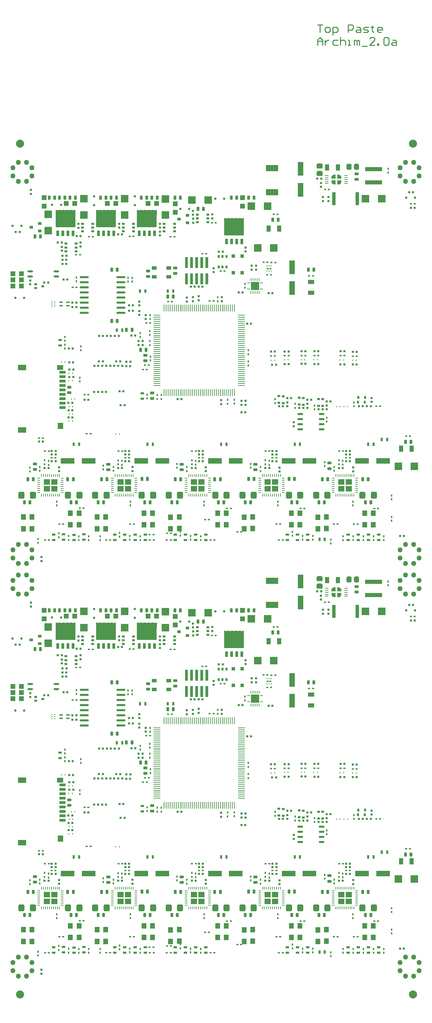
<source format=gtp>
G04 Layer_Color=8421504*
%FSLAX25Y25*%
%MOIN*%
G70*
G01*
G75*
G04:AMPARAMS|DCode=11|XSize=78.74mil|YSize=78.74mil|CornerRadius=39.37mil|HoleSize=0mil|Usage=FLASHONLY|Rotation=90.000|XOffset=0mil|YOffset=0mil|HoleType=Round|Shape=RoundedRectangle|*
%AMROUNDEDRECTD11*
21,1,0.07874,0.00000,0,0,90.0*
21,1,0.00000,0.07874,0,0,90.0*
1,1,0.07874,0.00000,0.00000*
1,1,0.07874,0.00000,0.00000*
1,1,0.07874,0.00000,0.00000*
1,1,0.07874,0.00000,0.00000*
%
%ADD11ROUNDEDRECTD11*%
%ADD12C,0.01000*%
%ADD137C,0.05000*%
%ADD163R,0.06181X0.05276*%
%ADD164R,0.02359X0.01181*%
%ADD165R,0.01201X0.01024*%
%ADD166R,0.07700X0.07700*%
%ADD167R,0.12400X0.06100*%
%ADD168R,0.03816X0.00965*%
%ADD169R,0.00984X0.01378*%
%ADD170R,0.08461X0.05706*%
%ADD171R,0.06099X0.04524*%
%ADD172R,0.05312X0.06099*%
%ADD173R,0.06099X0.02556*%
G04:AMPARAMS|DCode=174|XSize=20mil|YSize=22mil|CornerRadius=3.4mil|HoleSize=0mil|Usage=FLASHONLY|Rotation=180.000|XOffset=0mil|YOffset=0mil|HoleType=Round|Shape=RoundedRectangle|*
%AMROUNDEDRECTD174*
21,1,0.02000,0.01520,0,0,180.0*
21,1,0.01320,0.02200,0,0,180.0*
1,1,0.00680,-0.00660,0.00760*
1,1,0.00680,0.00660,0.00760*
1,1,0.00680,0.00660,-0.00760*
1,1,0.00680,-0.00660,-0.00760*
%
%ADD174ROUNDEDRECTD174*%
G04:AMPARAMS|DCode=175|XSize=20mil|YSize=22mil|CornerRadius=3.4mil|HoleSize=0mil|Usage=FLASHONLY|Rotation=270.000|XOffset=0mil|YOffset=0mil|HoleType=Round|Shape=RoundedRectangle|*
%AMROUNDEDRECTD175*
21,1,0.02000,0.01520,0,0,270.0*
21,1,0.01320,0.02200,0,0,270.0*
1,1,0.00680,-0.00760,-0.00660*
1,1,0.00680,-0.00760,0.00660*
1,1,0.00680,0.00760,0.00660*
1,1,0.00680,0.00760,-0.00660*
%
%ADD175ROUNDEDRECTD175*%
%ADD176R,0.01965X0.01768*%
%ADD177R,0.01768X0.01965*%
%ADD178R,0.02438X0.03265*%
G04:AMPARAMS|DCode=179|XSize=61mil|YSize=69mil|CornerRadius=14.75mil|HoleSize=0mil|Usage=FLASHONLY|Rotation=180.000|XOffset=0mil|YOffset=0mil|HoleType=Round|Shape=RoundedRectangle|*
%AMROUNDEDRECTD179*
21,1,0.06100,0.03950,0,0,180.0*
21,1,0.03150,0.06900,0,0,180.0*
1,1,0.02950,-0.01575,0.01975*
1,1,0.02950,0.01575,0.01975*
1,1,0.02950,0.01575,-0.01975*
1,1,0.02950,-0.01575,-0.01975*
%
%ADD179ROUNDEDRECTD179*%
%ADD180O,0.00784X0.03146*%
%ADD181O,0.03146X0.00784*%
G04:AMPARAMS|DCode=182|XSize=27.13mil|YSize=37.37mil|CornerRadius=4.83mil|HoleSize=0mil|Usage=FLASHONLY|Rotation=0.000|XOffset=0mil|YOffset=0mil|HoleType=Round|Shape=RoundedRectangle|*
%AMROUNDEDRECTD182*
21,1,0.02713,0.02772,0,0,0.0*
21,1,0.01748,0.03737,0,0,0.0*
1,1,0.00965,0.00874,-0.01386*
1,1,0.00965,-0.00874,-0.01386*
1,1,0.00965,-0.00874,0.01386*
1,1,0.00965,0.00874,0.01386*
%
%ADD182ROUNDEDRECTD182*%
G04:AMPARAMS|DCode=183|XSize=27.13mil|YSize=37.37mil|CornerRadius=4.83mil|HoleSize=0mil|Usage=FLASHONLY|Rotation=90.000|XOffset=0mil|YOffset=0mil|HoleType=Round|Shape=RoundedRectangle|*
%AMROUNDEDRECTD183*
21,1,0.02713,0.02772,0,0,90.0*
21,1,0.01748,0.03737,0,0,90.0*
1,1,0.00965,0.01386,0.00874*
1,1,0.00965,0.01386,-0.00874*
1,1,0.00965,-0.01386,-0.00874*
1,1,0.00965,-0.01386,0.00874*
%
%ADD183ROUNDEDRECTD183*%
%ADD184R,0.13186X0.05312*%
%ADD185R,0.19500X0.16800*%
%ADD186R,0.02600X0.05400*%
G04:AMPARAMS|DCode=187|XSize=50mil|YSize=58mil|CornerRadius=12mil|HoleSize=0mil|Usage=FLASHONLY|Rotation=90.000|XOffset=0mil|YOffset=0mil|HoleType=Round|Shape=RoundedRectangle|*
%AMROUNDEDRECTD187*
21,1,0.05000,0.03400,0,0,90.0*
21,1,0.02600,0.05800,0,0,90.0*
1,1,0.02400,0.01700,0.01300*
1,1,0.02400,0.01700,-0.01300*
1,1,0.02400,-0.01700,-0.01300*
1,1,0.02400,-0.01700,0.01300*
%
%ADD187ROUNDEDRECTD187*%
G04:AMPARAMS|DCode=188|XSize=50mil|YSize=58mil|CornerRadius=12mil|HoleSize=0mil|Usage=FLASHONLY|Rotation=180.000|XOffset=0mil|YOffset=0mil|HoleType=Round|Shape=RoundedRectangle|*
%AMROUNDEDRECTD188*
21,1,0.05000,0.03400,0,0,180.0*
21,1,0.02600,0.05800,0,0,180.0*
1,1,0.02400,-0.01300,0.01700*
1,1,0.02400,0.01300,0.01700*
1,1,0.02400,0.01300,-0.01700*
1,1,0.02400,-0.01300,-0.01700*
%
%ADD188ROUNDEDRECTD188*%
%ADD189R,0.07700X0.07700*%
%ADD190R,0.04600X0.04600*%
%ADD191R,0.04600X0.04600*%
%ADD192R,0.04524X0.03343*%
%ADD193R,0.04918X0.05312*%
%ADD194R,0.02200X0.02200*%
%ADD195R,0.03400X0.03000*%
%ADD196R,0.02200X0.02200*%
%ADD197R,0.04131X0.06493*%
%ADD198R,0.06493X0.04131*%
%ADD199O,0.05706X0.02162*%
%ADD200R,0.05312X0.13186*%
%ADD201R,0.02753X0.10824*%
%ADD202R,0.03343X0.12792*%
%ADD203R,0.16532X0.04446*%
%ADD204R,0.00902X0.01375*%
%ADD205O,0.00981X0.06887*%
%ADD206O,0.06887X0.00981*%
%ADD207O,0.08855X0.02162*%
%ADD208R,0.03146X0.02162*%
%ADD209R,0.02162X0.03146*%
%ADD210R,0.03737X0.03343*%
%ADD211R,0.03343X0.01375*%
%ADD212O,0.00902X0.02950*%
%ADD213O,0.02950X0.00902*%
%ADD214R,0.07871X0.07871*%
%ADD215R,0.03265X0.02438*%
%ADD216R,0.02950X0.01965*%
%ADD217O,0.05509X0.01965*%
%ADD218R,0.02950X0.02162*%
%ADD219R,0.02162X0.02950*%
G36*
X350730Y817639D02*
X350982D01*
X351476Y817541D01*
X351942Y817348D01*
X352361Y817068D01*
X352718Y816712D01*
X352998Y816292D01*
X353191Y815827D01*
X353289Y815332D01*
Y815080D01*
X353289Y813624D01*
X349273Y813624D01*
X349273Y817639D01*
X350730Y817639D01*
D02*
G37*
G36*
X347738Y813584D02*
X343722Y813584D01*
X343722Y815041D01*
Y815293D01*
X343820Y815787D01*
X344013Y816253D01*
X344293Y816672D01*
X344650Y817029D01*
X345069Y817309D01*
X345535Y817502D01*
X346029Y817600D01*
X346281D01*
X347738Y817600D01*
X347738Y813584D01*
D02*
G37*
G36*
X353328Y810631D02*
Y810380D01*
X353230Y809885D01*
X353037Y809419D01*
X352757Y809000D01*
X352401Y808644D01*
X351981Y808364D01*
X351516Y808171D01*
X351021Y808072D01*
X350769D01*
X349313Y808072D01*
X349313Y812088D01*
X353328Y812088D01*
X353328Y810631D01*
D02*
G37*
G36*
X347777Y812049D02*
X347777Y808033D01*
X346321Y808033D01*
X346068D01*
X345574Y808132D01*
X345108Y808324D01*
X344689Y808604D01*
X344333Y808961D01*
X344053Y809380D01*
X343860Y809846D01*
X343761Y810340D01*
Y810592D01*
X343761Y812049D01*
X347777Y812049D01*
D02*
G37*
G36*
X169194Y780496D02*
X168894Y780096D01*
X167394D01*
X166994Y780496D01*
Y782896D01*
X169194D01*
Y780496D01*
D02*
G37*
G36*
X165494D02*
X165094Y780096D01*
X163694D01*
X163294Y780496D01*
Y782896D01*
X165494D01*
Y780496D01*
D02*
G37*
G36*
X161706Y780396D02*
X161352Y780096D01*
X159856D01*
X159462Y780496D01*
Y782896D01*
X161706D01*
Y780396D01*
D02*
G37*
G36*
X157927D02*
X157572Y780096D01*
X156076D01*
X155683Y780496D01*
Y782896D01*
X157927D01*
Y780396D01*
D02*
G37*
G36*
X129094Y780496D02*
X128794Y780096D01*
X127294D01*
X126894Y780496D01*
Y782896D01*
X129094D01*
Y780496D01*
D02*
G37*
G36*
X125394D02*
X124994Y780096D01*
X123594D01*
X123194Y780496D01*
Y782896D01*
X125394D01*
Y780496D01*
D02*
G37*
G36*
X121606Y780396D02*
X121252Y780096D01*
X119756D01*
X119362Y780496D01*
Y782896D01*
X121606D01*
Y780396D01*
D02*
G37*
G36*
X117827D02*
X117472Y780096D01*
X115976D01*
X115583Y780496D01*
Y782896D01*
X117827D01*
Y780396D01*
D02*
G37*
G36*
X89243Y780496D02*
X88943Y780096D01*
X87443D01*
X87043Y780496D01*
Y782896D01*
X89243D01*
Y780496D01*
D02*
G37*
G36*
X85543D02*
X85143Y780096D01*
X83743D01*
X83343Y780496D01*
Y782896D01*
X85543D01*
Y780496D01*
D02*
G37*
G36*
X81756Y780396D02*
X81402Y780096D01*
X79905D01*
X79512Y780496D01*
Y782896D01*
X81756D01*
Y780396D01*
D02*
G37*
G36*
X77976D02*
X77622Y780096D01*
X76126D01*
X75732Y780496D01*
Y782896D01*
X77976D01*
Y780396D01*
D02*
G37*
G36*
X172194Y777696D02*
X171194D01*
Y782896D01*
X172194D01*
Y777696D01*
D02*
G37*
G36*
X153990D02*
X152887D01*
Y782896D01*
X153990D01*
Y777696D01*
D02*
G37*
G36*
X132094D02*
X131094D01*
Y782896D01*
X132094D01*
Y777696D01*
D02*
G37*
G36*
X113890D02*
X112787D01*
Y782896D01*
X113890D01*
Y777696D01*
D02*
G37*
G36*
X92243D02*
X91243D01*
Y782896D01*
X92243D01*
Y777696D01*
D02*
G37*
G36*
X74039D02*
X72937D01*
Y782896D01*
X74039D01*
Y777696D01*
D02*
G37*
G36*
X254743Y772496D02*
X254443Y772096D01*
X252943D01*
X252543Y772496D01*
Y774896D01*
X254743D01*
Y772496D01*
D02*
G37*
G36*
X251043D02*
X250643Y772096D01*
X249243D01*
X248843Y772496D01*
Y774896D01*
X251043D01*
Y772496D01*
D02*
G37*
G36*
X247256Y772396D02*
X246902Y772096D01*
X245406D01*
X245012Y772496D01*
Y774896D01*
X247256D01*
Y772396D01*
D02*
G37*
G36*
X243476D02*
X243122Y772096D01*
X241626D01*
X241232Y772496D01*
Y774896D01*
X243476D01*
Y772396D01*
D02*
G37*
G36*
X257743Y769696D02*
X256743D01*
Y774896D01*
X257743D01*
Y769696D01*
D02*
G37*
G36*
X239539D02*
X238437D01*
Y774896D01*
X239539D01*
Y769696D01*
D02*
G37*
G36*
X168494Y766317D02*
X167194D01*
Y766789D01*
X167594Y767222D01*
X168494D01*
Y766317D01*
D02*
G37*
G36*
X165494Y766828D02*
Y766317D01*
X163394D01*
Y766828D01*
X163794Y767183D01*
X165194D01*
X165494Y766828D01*
D02*
G37*
G36*
X161706D02*
Y766317D01*
X159580D01*
Y766828D01*
X159935Y767183D01*
X161352D01*
X161706Y766828D01*
D02*
G37*
G36*
X157966Y766789D02*
Y766317D01*
X156549D01*
Y767222D01*
X157533D01*
X157966Y766789D01*
D02*
G37*
G36*
X128394Y766317D02*
X127094D01*
Y766789D01*
X127494Y767222D01*
X128394D01*
Y766317D01*
D02*
G37*
G36*
X125394Y766828D02*
Y766317D01*
X123294D01*
Y766828D01*
X123694Y767183D01*
X125094D01*
X125394Y766828D01*
D02*
G37*
G36*
X121606D02*
Y766317D01*
X119480D01*
Y766828D01*
X119835Y767183D01*
X121252D01*
X121606Y766828D01*
D02*
G37*
G36*
X117866Y766789D02*
Y766317D01*
X116449D01*
Y767222D01*
X117433D01*
X117866Y766789D01*
D02*
G37*
G36*
X88543Y766317D02*
X87243D01*
Y766789D01*
X87643Y767222D01*
X88543D01*
Y766317D01*
D02*
G37*
G36*
X85543Y766828D02*
Y766317D01*
X83443D01*
Y766828D01*
X83843Y767183D01*
X85243D01*
X85543Y766828D01*
D02*
G37*
G36*
X81756D02*
Y766317D01*
X79630D01*
Y766828D01*
X79984Y767183D01*
X81402D01*
X81756Y766828D01*
D02*
G37*
G36*
X78016Y766789D02*
Y766317D01*
X76598D01*
Y767222D01*
X77583D01*
X78016Y766789D01*
D02*
G37*
G36*
X254043Y758317D02*
X252743D01*
Y758789D01*
X253143Y759222D01*
X254043D01*
Y758317D01*
D02*
G37*
G36*
X251043Y758828D02*
Y758317D01*
X248943D01*
Y758828D01*
X249343Y759183D01*
X250743D01*
X251043Y758828D01*
D02*
G37*
G36*
X247256D02*
Y758317D01*
X245130D01*
Y758828D01*
X245484Y759183D01*
X246902D01*
X247256Y758828D01*
D02*
G37*
G36*
X243516Y758789D02*
Y758317D01*
X242098D01*
Y759222D01*
X243083D01*
X243516Y758789D01*
D02*
G37*
G36*
X350730Y412639D02*
X350982D01*
X351476Y412541D01*
X351942Y412348D01*
X352361Y412068D01*
X352718Y411712D01*
X352998Y411293D01*
X353191Y410827D01*
X353289Y410332D01*
Y410080D01*
X353289Y408624D01*
X349273Y408624D01*
X349273Y412639D01*
X350730Y412639D01*
D02*
G37*
G36*
X347738Y408584D02*
X343722Y408584D01*
X343722Y410041D01*
Y410293D01*
X343820Y410787D01*
X344013Y411253D01*
X344293Y411672D01*
X344650Y412029D01*
X345069Y412309D01*
X345535Y412502D01*
X346029Y412600D01*
X346281D01*
X347738Y412600D01*
X347738Y408584D01*
D02*
G37*
G36*
X353328Y405631D02*
Y405379D01*
X353230Y404885D01*
X353037Y404419D01*
X352757Y404000D01*
X352401Y403644D01*
X351981Y403364D01*
X351516Y403171D01*
X351021Y403073D01*
X350769D01*
X349313Y403073D01*
X349313Y407088D01*
X353328Y407088D01*
X353328Y405631D01*
D02*
G37*
G36*
X347777Y407049D02*
X347777Y403033D01*
X346321Y403033D01*
X346068D01*
X345574Y403131D01*
X345108Y403324D01*
X344689Y403604D01*
X344333Y403961D01*
X344053Y404380D01*
X343860Y404846D01*
X343761Y405340D01*
Y405592D01*
X343761Y407049D01*
X347777Y407049D01*
D02*
G37*
G36*
X169194Y375496D02*
X168894Y375096D01*
X167394D01*
X166994Y375496D01*
Y377896D01*
X169194D01*
Y375496D01*
D02*
G37*
G36*
X165494D02*
X165094Y375096D01*
X163694D01*
X163294Y375496D01*
Y377896D01*
X165494D01*
Y375496D01*
D02*
G37*
G36*
X161706Y375396D02*
X161352Y375096D01*
X159856D01*
X159462Y375496D01*
Y377896D01*
X161706D01*
Y375396D01*
D02*
G37*
G36*
X157927D02*
X157572Y375096D01*
X156076D01*
X155683Y375496D01*
Y377896D01*
X157927D01*
Y375396D01*
D02*
G37*
G36*
X129094Y375496D02*
X128794Y375096D01*
X127294D01*
X126894Y375496D01*
Y377896D01*
X129094D01*
Y375496D01*
D02*
G37*
G36*
X125394D02*
X124994Y375096D01*
X123594D01*
X123194Y375496D01*
Y377896D01*
X125394D01*
Y375496D01*
D02*
G37*
G36*
X121606Y375396D02*
X121252Y375096D01*
X119756D01*
X119362Y375496D01*
Y377896D01*
X121606D01*
Y375396D01*
D02*
G37*
G36*
X117827D02*
X117472Y375096D01*
X115976D01*
X115583Y375496D01*
Y377896D01*
X117827D01*
Y375396D01*
D02*
G37*
G36*
X89243Y375496D02*
X88943Y375096D01*
X87443D01*
X87043Y375496D01*
Y377896D01*
X89243D01*
Y375496D01*
D02*
G37*
G36*
X85543D02*
X85143Y375096D01*
X83743D01*
X83343Y375496D01*
Y377896D01*
X85543D01*
Y375496D01*
D02*
G37*
G36*
X81756Y375396D02*
X81402Y375096D01*
X79905D01*
X79512Y375496D01*
Y377896D01*
X81756D01*
Y375396D01*
D02*
G37*
G36*
X77976D02*
X77622Y375096D01*
X76126D01*
X75732Y375496D01*
Y377896D01*
X77976D01*
Y375396D01*
D02*
G37*
G36*
X172194Y372696D02*
X171194D01*
Y377896D01*
X172194D01*
Y372696D01*
D02*
G37*
G36*
X153990D02*
X152887D01*
Y377896D01*
X153990D01*
Y372696D01*
D02*
G37*
G36*
X132094D02*
X131094D01*
Y377896D01*
X132094D01*
Y372696D01*
D02*
G37*
G36*
X113890D02*
X112787D01*
Y377896D01*
X113890D01*
Y372696D01*
D02*
G37*
G36*
X92243D02*
X91243D01*
Y377896D01*
X92243D01*
Y372696D01*
D02*
G37*
G36*
X74039D02*
X72937D01*
Y377896D01*
X74039D01*
Y372696D01*
D02*
G37*
G36*
X254743Y367496D02*
X254443Y367096D01*
X252943D01*
X252543Y367496D01*
Y369896D01*
X254743D01*
Y367496D01*
D02*
G37*
G36*
X251043D02*
X250643Y367096D01*
X249243D01*
X248843Y367496D01*
Y369896D01*
X251043D01*
Y367496D01*
D02*
G37*
G36*
X247256Y367396D02*
X246902Y367096D01*
X245406D01*
X245012Y367496D01*
Y369896D01*
X247256D01*
Y367396D01*
D02*
G37*
G36*
X243476D02*
X243122Y367096D01*
X241626D01*
X241232Y367496D01*
Y369896D01*
X243476D01*
Y367396D01*
D02*
G37*
G36*
X257743Y364696D02*
X256743D01*
Y369896D01*
X257743D01*
Y364696D01*
D02*
G37*
G36*
X239539D02*
X238437D01*
Y369896D01*
X239539D01*
Y364696D01*
D02*
G37*
G36*
X168494Y361317D02*
X167194D01*
Y361789D01*
X167594Y362222D01*
X168494D01*
Y361317D01*
D02*
G37*
G36*
X165494Y361828D02*
Y361317D01*
X163394D01*
Y361828D01*
X163794Y362183D01*
X165194D01*
X165494Y361828D01*
D02*
G37*
G36*
X161706D02*
Y361317D01*
X159580D01*
Y361828D01*
X159935Y362183D01*
X161352D01*
X161706Y361828D01*
D02*
G37*
G36*
X157966Y361789D02*
Y361317D01*
X156549D01*
Y362222D01*
X157533D01*
X157966Y361789D01*
D02*
G37*
G36*
X128394Y361317D02*
X127094D01*
Y361789D01*
X127494Y362222D01*
X128394D01*
Y361317D01*
D02*
G37*
G36*
X125394Y361828D02*
Y361317D01*
X123294D01*
Y361828D01*
X123694Y362183D01*
X125094D01*
X125394Y361828D01*
D02*
G37*
G36*
X121606D02*
Y361317D01*
X119480D01*
Y361828D01*
X119835Y362183D01*
X121252D01*
X121606Y361828D01*
D02*
G37*
G36*
X117866Y361789D02*
Y361317D01*
X116449D01*
Y362222D01*
X117433D01*
X117866Y361789D01*
D02*
G37*
G36*
X88543Y361317D02*
X87243D01*
Y361789D01*
X87643Y362222D01*
X88543D01*
Y361317D01*
D02*
G37*
G36*
X85543Y361828D02*
Y361317D01*
X83443D01*
Y361828D01*
X83843Y362183D01*
X85243D01*
X85543Y361828D01*
D02*
G37*
G36*
X81756D02*
Y361317D01*
X79630D01*
Y361828D01*
X79984Y362183D01*
X81402D01*
X81756Y361828D01*
D02*
G37*
G36*
X78016Y361789D02*
Y361317D01*
X76598D01*
Y362222D01*
X77583D01*
X78016Y361789D01*
D02*
G37*
G36*
X254043Y353317D02*
X252743D01*
Y353789D01*
X253143Y354222D01*
X254043D01*
Y353317D01*
D02*
G37*
G36*
X251043Y353829D02*
Y353317D01*
X248943D01*
Y353829D01*
X249343Y354183D01*
X250743D01*
X251043Y353829D01*
D02*
G37*
G36*
X247256D02*
Y353317D01*
X245130D01*
Y353829D01*
X245484Y354183D01*
X246902D01*
X247256Y353829D01*
D02*
G37*
G36*
X243516Y353789D02*
Y353317D01*
X242098D01*
Y354222D01*
X243083D01*
X243516Y353789D01*
D02*
G37*
G54D11*
X37894Y12894D02*
D03*
X423780Y13189D02*
D03*
Y847974D02*
D03*
X37894D02*
D03*
G54D12*
X329869Y964837D02*
X334868D01*
X332369D01*
Y957340D01*
X338617D02*
X341116D01*
X342365Y958589D01*
Y961089D01*
X341116Y962338D01*
X338617D01*
X337367Y961089D01*
Y958589D01*
X338617Y957340D01*
X344865Y954841D02*
Y962338D01*
X348613D01*
X349863Y961089D01*
Y958589D01*
X348613Y957340D01*
X344865D01*
X359860D02*
Y964837D01*
X363609D01*
X364858Y963588D01*
Y961089D01*
X363609Y959839D01*
X359860D01*
X368607Y962338D02*
X371106D01*
X372356Y961089D01*
Y957340D01*
X368607D01*
X367357Y958589D01*
X368607Y959839D01*
X372356D01*
X374855Y957340D02*
X378604D01*
X379853Y958589D01*
X378604Y959839D01*
X376104D01*
X374855Y961089D01*
X376104Y962338D01*
X379853D01*
X383602Y963588D02*
Y962338D01*
X382352D01*
X384852D01*
X383602D01*
Y958589D01*
X384852Y957340D01*
X392349D02*
X389850D01*
X388600Y958589D01*
Y961089D01*
X389850Y962338D01*
X392349D01*
X393599Y961089D01*
Y959839D01*
X388600D01*
X329869Y944840D02*
Y949838D01*
X332369Y952337D01*
X334868Y949838D01*
Y944840D01*
Y948589D01*
X329869D01*
X337367Y949838D02*
Y944840D01*
Y947339D01*
X338617Y948589D01*
X339866Y949838D01*
X341116D01*
X349863D02*
X346114D01*
X344865Y948589D01*
Y946089D01*
X346114Y944840D01*
X349863D01*
X352362Y952337D02*
Y944840D01*
Y948589D01*
X353612Y949838D01*
X356111D01*
X357361Y948589D01*
Y944840D01*
X359860D02*
X362359D01*
X361109D01*
Y949838D01*
X359860D01*
X366108Y944840D02*
Y949838D01*
X367357D01*
X368607Y948589D01*
Y944840D01*
Y948589D01*
X369857Y949838D01*
X371106Y948589D01*
Y944840D01*
X373605Y943590D02*
X378604D01*
X386101Y944840D02*
X381103D01*
X386101Y949838D01*
Y951088D01*
X384852Y952337D01*
X382352D01*
X381103Y951088D01*
X388600Y944840D02*
Y946089D01*
X389850D01*
Y944840D01*
X388600D01*
X394848Y951088D02*
X396098Y952337D01*
X398597D01*
X399847Y951088D01*
Y946089D01*
X398597Y944840D01*
X396098D01*
X394848Y946089D01*
Y951088D01*
X403596Y949838D02*
X406095D01*
X407344Y948589D01*
Y944840D01*
X403596D01*
X402346Y946089D01*
X403596Y947339D01*
X407344D01*
G54D137*
X429843Y36457D02*
D03*
Y44331D02*
D03*
X424331Y49843D02*
D03*
X416457D02*
D03*
X410945Y44331D02*
D03*
Y36457D02*
D03*
X416457Y30945D02*
D03*
X424331D02*
D03*
X49843Y36457D02*
D03*
Y44331D02*
D03*
X44331Y49843D02*
D03*
X36457D02*
D03*
X30945Y44331D02*
D03*
Y36457D02*
D03*
X36457Y30945D02*
D03*
X44331D02*
D03*
X429843Y411457D02*
D03*
Y419331D02*
D03*
X424331Y424843D02*
D03*
X416457D02*
D03*
X410945Y419331D02*
D03*
Y411457D02*
D03*
X416457Y405945D02*
D03*
X424331D02*
D03*
X49843Y411457D02*
D03*
Y419331D02*
D03*
X44331Y424843D02*
D03*
X36457D02*
D03*
X30945Y419331D02*
D03*
Y411457D02*
D03*
X36457Y405945D02*
D03*
X44331D02*
D03*
X429843Y441457D02*
D03*
Y449331D02*
D03*
X424331Y454843D02*
D03*
X416457D02*
D03*
X410945Y449331D02*
D03*
Y441457D02*
D03*
X416457Y435945D02*
D03*
X424331D02*
D03*
X49843Y441457D02*
D03*
Y449331D02*
D03*
X44331Y454843D02*
D03*
X36457D02*
D03*
X30945Y449331D02*
D03*
Y441457D02*
D03*
X36457Y435945D02*
D03*
X44331D02*
D03*
X429843Y816457D02*
D03*
Y824331D02*
D03*
X424331Y829842D02*
D03*
X416457D02*
D03*
X410945Y824331D02*
D03*
Y816457D02*
D03*
X416457Y810945D02*
D03*
X424331D02*
D03*
X49843Y816457D02*
D03*
Y824331D02*
D03*
X44331Y829842D02*
D03*
X36457D02*
D03*
X30945Y824331D02*
D03*
Y816457D02*
D03*
X36457Y810945D02*
D03*
X44331D02*
D03*
G54D163*
X216151Y110886D02*
D03*
X208784Y104429D02*
D03*
X208782Y110887D02*
D03*
X216150Y104425D02*
D03*
X143907Y110886D02*
D03*
X136540Y104429D02*
D03*
X136538Y110887D02*
D03*
X143906Y104425D02*
D03*
X71662Y110886D02*
D03*
X64296Y104429D02*
D03*
X64294Y110887D02*
D03*
X71662Y104425D02*
D03*
X360639Y110886D02*
D03*
X353272Y104429D02*
D03*
X353270Y110887D02*
D03*
X360638Y104425D02*
D03*
X288395Y110886D02*
D03*
X281028Y104429D02*
D03*
X281026Y110887D02*
D03*
X288394Y104425D02*
D03*
X216151Y515886D02*
D03*
X208784Y509429D02*
D03*
X208782Y515887D02*
D03*
X216150Y509425D02*
D03*
X143907Y515886D02*
D03*
X136540Y509429D02*
D03*
X136538Y515887D02*
D03*
X143906Y509425D02*
D03*
X71662Y515886D02*
D03*
X64296Y509429D02*
D03*
X64294Y515887D02*
D03*
X71662Y509425D02*
D03*
X360639Y515886D02*
D03*
X353272Y509429D02*
D03*
X353270Y515887D02*
D03*
X360638Y509425D02*
D03*
X288395Y515886D02*
D03*
X281028Y509429D02*
D03*
X281026Y515887D02*
D03*
X288394Y509425D02*
D03*
G54D164*
X283838Y320454D02*
D03*
X281079D02*
D03*
X283838Y725454D02*
D03*
X281079D02*
D03*
G54D165*
X69365Y287643D02*
D03*
X69365Y285675D02*
D03*
Y283706D02*
D03*
X72021Y283706D02*
D03*
Y285675D02*
D03*
X72020Y287643D02*
D03*
X69365Y692643D02*
D03*
X69365Y690675D02*
D03*
Y688706D02*
D03*
X72021Y688706D02*
D03*
Y690675D02*
D03*
X72020Y692643D02*
D03*
G54D166*
X409252Y126378D02*
D03*
X425026D02*
D03*
X287008Y340650D02*
D03*
X271234D02*
D03*
X222568Y387794D02*
D03*
X206794D02*
D03*
X392899Y388936D02*
D03*
X377125D02*
D03*
X280868Y381694D02*
D03*
X265094D02*
D03*
X409252Y531378D02*
D03*
X425026D02*
D03*
X287008Y745650D02*
D03*
X271234D02*
D03*
X222568Y792794D02*
D03*
X206794D02*
D03*
X392899Y793936D02*
D03*
X377125D02*
D03*
X280868Y786694D02*
D03*
X265094D02*
D03*
G54D167*
X285433Y419085D02*
D03*
Y395374D02*
D03*
Y824085D02*
D03*
Y800374D02*
D03*
G54D168*
X339076Y411773D02*
D03*
Y409805D02*
D03*
Y407836D02*
D03*
Y405868D02*
D03*
Y403899D02*
D03*
X357974Y411773D02*
D03*
Y409805D02*
D03*
Y407836D02*
D03*
Y405868D02*
D03*
Y403899D02*
D03*
X339076Y816773D02*
D03*
Y814805D02*
D03*
Y812836D02*
D03*
Y810868D02*
D03*
Y808899D02*
D03*
X357974Y816773D02*
D03*
Y814805D02*
D03*
Y812836D02*
D03*
Y810868D02*
D03*
Y808899D02*
D03*
G54D169*
X89665Y217618D02*
D03*
X86122D02*
D03*
X82087Y228740D02*
D03*
X78543D02*
D03*
X356122Y184894D02*
D03*
X359665D02*
D03*
X348622D02*
D03*
X352165D02*
D03*
X132122Y158194D02*
D03*
X135665D02*
D03*
X367881Y230453D02*
D03*
X364337D02*
D03*
X86221Y177854D02*
D03*
X89764D02*
D03*
X89764Y185138D02*
D03*
X86221D02*
D03*
X86122Y170571D02*
D03*
X89665D02*
D03*
X91831Y192421D02*
D03*
X88287D02*
D03*
X85827Y210335D02*
D03*
X89370D02*
D03*
X284341Y230510D02*
D03*
X287885D02*
D03*
X301068Y230890D02*
D03*
X297525D02*
D03*
X352165Y230763D02*
D03*
X355709D02*
D03*
X330012Y231017D02*
D03*
X326468D02*
D03*
X313961Y231117D02*
D03*
X317504D02*
D03*
X89665Y622618D02*
D03*
X86122D02*
D03*
X82087Y633740D02*
D03*
X78543D02*
D03*
X356122Y589894D02*
D03*
X359665D02*
D03*
X348622D02*
D03*
X352165D02*
D03*
X132122Y563194D02*
D03*
X135665D02*
D03*
X367881Y635453D02*
D03*
X364337D02*
D03*
X86221Y582854D02*
D03*
X89764D02*
D03*
X89764Y590138D02*
D03*
X86221D02*
D03*
X86122Y575571D02*
D03*
X89665D02*
D03*
X91831Y597421D02*
D03*
X88287D02*
D03*
X85827Y615335D02*
D03*
X89370D02*
D03*
X284341Y635510D02*
D03*
X287885D02*
D03*
X301068Y635890D02*
D03*
X297525D02*
D03*
X352165Y635763D02*
D03*
X355709D02*
D03*
X330012Y636017D02*
D03*
X326468D02*
D03*
X313961Y636117D02*
D03*
X317504D02*
D03*
G54D170*
X39961Y162205D02*
D03*
Y223228D02*
D03*
Y567205D02*
D03*
Y628228D02*
D03*
G54D171*
X77362Y223228D02*
D03*
Y628228D02*
D03*
G54D172*
X77756Y166142D02*
D03*
Y571142D02*
D03*
G54D173*
X79724Y192717D02*
D03*
Y188386D02*
D03*
Y184055D02*
D03*
Y197047D02*
D03*
Y201378D02*
D03*
Y205709D02*
D03*
Y210039D02*
D03*
Y214370D02*
D03*
Y218701D02*
D03*
Y597717D02*
D03*
Y593386D02*
D03*
Y589055D02*
D03*
Y602047D02*
D03*
Y606378D02*
D03*
Y610709D02*
D03*
Y615039D02*
D03*
Y619370D02*
D03*
Y623701D02*
D03*
G54D174*
X80707Y309658D02*
D03*
X84497D02*
D03*
X65550Y306808D02*
D03*
X61760D02*
D03*
X105099Y191671D02*
D03*
X101310D02*
D03*
X210320Y124567D02*
D03*
X206531D02*
D03*
X217353Y131496D02*
D03*
X213563D02*
D03*
Y138091D02*
D03*
X217353D02*
D03*
X138110Y124606D02*
D03*
X134320D02*
D03*
X145109Y131398D02*
D03*
X141319D02*
D03*
Y138091D02*
D03*
X145109D02*
D03*
X69075Y131398D02*
D03*
X72865D02*
D03*
X354809Y124567D02*
D03*
X351019D02*
D03*
X382223Y185432D02*
D03*
X378433D02*
D03*
X370572Y185424D02*
D03*
X374361D02*
D03*
X334857Y182347D02*
D03*
X331067D02*
D03*
X338914Y190163D02*
D03*
X342704D02*
D03*
X312131Y183782D02*
D03*
X315921D02*
D03*
X323723Y191592D02*
D03*
X319933D02*
D03*
X364523Y226442D02*
D03*
X368313D02*
D03*
X368335Y238610D02*
D03*
X364545D02*
D03*
X278775Y124567D02*
D03*
X282565D02*
D03*
X285807Y131398D02*
D03*
X289597D02*
D03*
Y138091D02*
D03*
X285807D02*
D03*
X289587Y141437D02*
D03*
X285797D02*
D03*
X292294Y185394D02*
D03*
X296083D02*
D03*
X205563Y302555D02*
D03*
X209353D02*
D03*
X217165Y302647D02*
D03*
X213375D02*
D03*
X284264Y238948D02*
D03*
X288054D02*
D03*
X72854Y141437D02*
D03*
X69065D02*
D03*
X89991Y228543D02*
D03*
X86201D02*
D03*
X56575Y150689D02*
D03*
X60365D02*
D03*
X141309Y141437D02*
D03*
X145098D02*
D03*
X217343D02*
D03*
X213553D02*
D03*
X72865Y138091D02*
D03*
X69075D02*
D03*
X65866Y124606D02*
D03*
X62076D02*
D03*
X318101Y226908D02*
D03*
X314311D02*
D03*
X326991Y226754D02*
D03*
X330781D02*
D03*
X356297Y226439D02*
D03*
X352508D02*
D03*
X78883Y345994D02*
D03*
X75094D02*
D03*
X289257Y225996D02*
D03*
X285467D02*
D03*
X297820Y239153D02*
D03*
X301610D02*
D03*
X301589Y226575D02*
D03*
X297799D02*
D03*
X285748Y296358D02*
D03*
X281958D02*
D03*
X236894Y336994D02*
D03*
X233104D02*
D03*
X148684Y278894D02*
D03*
X144894D02*
D03*
X144994Y284394D02*
D03*
X148784D02*
D03*
X93283Y287094D02*
D03*
X89494D02*
D03*
X89494Y282694D02*
D03*
X93283D02*
D03*
X79737Y333084D02*
D03*
X83526D02*
D03*
X333515Y408736D02*
D03*
X329725D02*
D03*
X97387Y352486D02*
D03*
X93597D02*
D03*
X134235Y353949D02*
D03*
X138025D02*
D03*
X83499Y329094D02*
D03*
X79709D02*
D03*
X79708Y324988D02*
D03*
X83498D02*
D03*
X330806Y239222D02*
D03*
X327016D02*
D03*
X85512Y181496D02*
D03*
X89302D02*
D03*
X89321Y174213D02*
D03*
X85532D02*
D03*
X89291Y188779D02*
D03*
X85502D02*
D03*
X86486Y213976D02*
D03*
X90276D02*
D03*
Y221260D02*
D03*
X86486D02*
D03*
X136840Y186447D02*
D03*
X140630D02*
D03*
X256351Y297177D02*
D03*
X252561D02*
D03*
X300204Y193294D02*
D03*
X303994D02*
D03*
X318113Y239282D02*
D03*
X314323D02*
D03*
X421555Y380060D02*
D03*
X425345D02*
D03*
X414694Y58194D02*
D03*
X410904D02*
D03*
X419862Y395457D02*
D03*
X423652D02*
D03*
X37594Y356494D02*
D03*
X33804D02*
D03*
X259178Y179340D02*
D03*
X255389D02*
D03*
X259207Y190793D02*
D03*
X255418D02*
D03*
X259198Y186819D02*
D03*
X255409D02*
D03*
X358051Y138091D02*
D03*
X361841D02*
D03*
X196441Y192407D02*
D03*
X192652D02*
D03*
X264719Y266224D02*
D03*
X260929D02*
D03*
X151031Y254548D02*
D03*
X147242D02*
D03*
X131161Y254454D02*
D03*
X134951D02*
D03*
X146194Y229194D02*
D03*
X142404D02*
D03*
X123319Y254453D02*
D03*
X127109D02*
D03*
X136301Y229362D02*
D03*
X132511D02*
D03*
X119302Y254541D02*
D03*
X115512D02*
D03*
X119287Y229347D02*
D03*
X115498D02*
D03*
X142372Y224824D02*
D03*
X146161D02*
D03*
X135635Y199936D02*
D03*
X139425D02*
D03*
X126647Y224916D02*
D03*
X130437D02*
D03*
X118838Y225028D02*
D03*
X122628D02*
D03*
X138284Y224994D02*
D03*
X134494D02*
D03*
X118671Y199457D02*
D03*
X122460D02*
D03*
X111003Y225003D02*
D03*
X114793D02*
D03*
X110788Y199489D02*
D03*
X114577D02*
D03*
X86021Y241979D02*
D03*
X89811D02*
D03*
X358041Y141437D02*
D03*
X361831D02*
D03*
X358051Y131398D02*
D03*
X361841D02*
D03*
X356336Y239216D02*
D03*
X352546D02*
D03*
X80707Y714657D02*
D03*
X84497D02*
D03*
X65550Y711808D02*
D03*
X61760D02*
D03*
X105099Y596671D02*
D03*
X101310D02*
D03*
X210320Y529567D02*
D03*
X206531D02*
D03*
X217353Y536496D02*
D03*
X213563D02*
D03*
Y543090D02*
D03*
X217353D02*
D03*
X138110Y529606D02*
D03*
X134320D02*
D03*
X145109Y536398D02*
D03*
X141319D02*
D03*
Y543090D02*
D03*
X145109D02*
D03*
X69075Y536398D02*
D03*
X72865D02*
D03*
X354809Y529567D02*
D03*
X351019D02*
D03*
X382223Y590432D02*
D03*
X378433D02*
D03*
X370572Y590424D02*
D03*
X374361D02*
D03*
X334857Y587347D02*
D03*
X331067D02*
D03*
X338914Y595163D02*
D03*
X342704D02*
D03*
X312131Y588782D02*
D03*
X315921D02*
D03*
X323723Y596592D02*
D03*
X319933D02*
D03*
X364523Y631442D02*
D03*
X368313D02*
D03*
X368335Y643610D02*
D03*
X364545D02*
D03*
X278775Y529567D02*
D03*
X282565D02*
D03*
X285807Y536398D02*
D03*
X289597D02*
D03*
Y543090D02*
D03*
X285807D02*
D03*
X289587Y546437D02*
D03*
X285797D02*
D03*
X292294Y590394D02*
D03*
X296083D02*
D03*
X205563Y707555D02*
D03*
X209353D02*
D03*
X217165Y707648D02*
D03*
X213375D02*
D03*
X284264Y643948D02*
D03*
X288054D02*
D03*
X72854Y546437D02*
D03*
X69065D02*
D03*
X89991Y633543D02*
D03*
X86201D02*
D03*
X56575Y555689D02*
D03*
X60365D02*
D03*
X141309Y546437D02*
D03*
X145098D02*
D03*
X217343D02*
D03*
X213553D02*
D03*
X72865Y543090D02*
D03*
X69075D02*
D03*
X65866Y529606D02*
D03*
X62076D02*
D03*
X318101Y631908D02*
D03*
X314311D02*
D03*
X326991Y631754D02*
D03*
X330781D02*
D03*
X356297Y631439D02*
D03*
X352508D02*
D03*
X78883Y750994D02*
D03*
X75094D02*
D03*
X289257Y630996D02*
D03*
X285467D02*
D03*
X297820Y644153D02*
D03*
X301610D02*
D03*
X301589Y631575D02*
D03*
X297799D02*
D03*
X285748Y701358D02*
D03*
X281958D02*
D03*
X236894Y741994D02*
D03*
X233104D02*
D03*
X148684Y683894D02*
D03*
X144894D02*
D03*
X144994Y689394D02*
D03*
X148784D02*
D03*
X93283Y692094D02*
D03*
X89494D02*
D03*
X89494Y687694D02*
D03*
X93283D02*
D03*
X79737Y738084D02*
D03*
X83526D02*
D03*
X333515Y813736D02*
D03*
X329725D02*
D03*
X97387Y757486D02*
D03*
X93597D02*
D03*
X134235Y758949D02*
D03*
X138025D02*
D03*
X83499Y734094D02*
D03*
X79709D02*
D03*
X79708Y729988D02*
D03*
X83498D02*
D03*
X330806Y644222D02*
D03*
X327016D02*
D03*
X85512Y586496D02*
D03*
X89302D02*
D03*
X89321Y579213D02*
D03*
X85532D02*
D03*
X89291Y593780D02*
D03*
X85502D02*
D03*
X86486Y618976D02*
D03*
X90276D02*
D03*
Y626260D02*
D03*
X86486D02*
D03*
X136840Y591447D02*
D03*
X140630D02*
D03*
X256351Y702177D02*
D03*
X252561D02*
D03*
X300204Y598294D02*
D03*
X303994D02*
D03*
X318113Y644281D02*
D03*
X314323D02*
D03*
X421555Y785059D02*
D03*
X425345D02*
D03*
X414694Y463194D02*
D03*
X410904D02*
D03*
X419862Y800457D02*
D03*
X423652D02*
D03*
X37594Y761494D02*
D03*
X33804D02*
D03*
X259178Y584340D02*
D03*
X255389D02*
D03*
X259207Y595793D02*
D03*
X255418D02*
D03*
X259198Y591819D02*
D03*
X255409D02*
D03*
X358051Y543090D02*
D03*
X361841D02*
D03*
X196441Y597407D02*
D03*
X192652D02*
D03*
X264719Y671224D02*
D03*
X260929D02*
D03*
X151031Y659548D02*
D03*
X147242D02*
D03*
X131161Y659454D02*
D03*
X134951D02*
D03*
X146194Y634194D02*
D03*
X142404D02*
D03*
X123319Y659453D02*
D03*
X127109D02*
D03*
X136301Y634362D02*
D03*
X132511D02*
D03*
X119302Y659541D02*
D03*
X115512D02*
D03*
X119287Y634347D02*
D03*
X115498D02*
D03*
X142372Y629824D02*
D03*
X146161D02*
D03*
X135635Y604936D02*
D03*
X139425D02*
D03*
X126647Y629916D02*
D03*
X130437D02*
D03*
X118838Y630028D02*
D03*
X122628D02*
D03*
X138284Y629994D02*
D03*
X134494D02*
D03*
X118671Y604457D02*
D03*
X122460D02*
D03*
X111003Y630003D02*
D03*
X114793D02*
D03*
X110788Y604489D02*
D03*
X114577D02*
D03*
X86021Y646979D02*
D03*
X89811D02*
D03*
X358041Y546437D02*
D03*
X361831D02*
D03*
X358051Y536398D02*
D03*
X361841D02*
D03*
X356336Y644216D02*
D03*
X352546D02*
D03*
G54D175*
X47961Y308862D02*
D03*
Y305072D02*
D03*
X220472Y125345D02*
D03*
Y121555D02*
D03*
X148425Y125620D02*
D03*
Y121831D02*
D03*
X76378Y125424D02*
D03*
Y121634D02*
D03*
X364961Y125227D02*
D03*
Y121437D02*
D03*
X382918Y193394D02*
D03*
Y189604D02*
D03*
X339003Y182356D02*
D03*
Y186146D02*
D03*
X292520Y121339D02*
D03*
Y125128D02*
D03*
X300294Y189183D02*
D03*
Y185394D02*
D03*
X201694Y288094D02*
D03*
Y291883D02*
D03*
X227846Y320748D02*
D03*
Y316958D02*
D03*
X306794Y169594D02*
D03*
Y165804D02*
D03*
X269783Y323248D02*
D03*
Y319458D02*
D03*
X259494Y341094D02*
D03*
Y337304D02*
D03*
X175294Y364384D02*
D03*
Y360594D02*
D03*
X135295Y360600D02*
D03*
Y364390D02*
D03*
X226794Y369794D02*
D03*
Y373584D02*
D03*
X207894Y369294D02*
D03*
Y365504D02*
D03*
X207794Y377083D02*
D03*
Y373294D02*
D03*
X175394Y356794D02*
D03*
Y353004D02*
D03*
X265256Y323248D02*
D03*
Y319458D02*
D03*
X78994Y338004D02*
D03*
Y341794D02*
D03*
X97494Y342094D02*
D03*
Y345883D02*
D03*
X154894Y275004D02*
D03*
Y278794D02*
D03*
X158494Y249294D02*
D03*
Y245504D02*
D03*
X154894Y288084D02*
D03*
Y284294D02*
D03*
X161394Y270994D02*
D03*
Y274783D02*
D03*
X333194Y404484D02*
D03*
Y400694D02*
D03*
X340725Y390593D02*
D03*
Y386803D02*
D03*
X335194Y386794D02*
D03*
Y390583D02*
D03*
X95194Y360507D02*
D03*
Y364297D02*
D03*
X235899Y292285D02*
D03*
Y288495D02*
D03*
X58894Y33494D02*
D03*
Y37284D02*
D03*
X48794Y393804D02*
D03*
Y397594D02*
D03*
X320024Y187564D02*
D03*
Y183774D02*
D03*
X213269Y289491D02*
D03*
Y293281D02*
D03*
X207549Y292262D02*
D03*
Y288472D02*
D03*
X235349Y191266D02*
D03*
Y187476D02*
D03*
X154374Y245485D02*
D03*
Y249275D02*
D03*
X47961Y713862D02*
D03*
Y710072D02*
D03*
X220472Y530345D02*
D03*
Y526555D02*
D03*
X148425Y530620D02*
D03*
Y526831D02*
D03*
X76378Y530424D02*
D03*
Y526634D02*
D03*
X364961Y530227D02*
D03*
Y526437D02*
D03*
X382918Y598394D02*
D03*
Y594604D02*
D03*
X339003Y587356D02*
D03*
Y591146D02*
D03*
X292520Y526339D02*
D03*
Y530128D02*
D03*
X300294Y594183D02*
D03*
Y590394D02*
D03*
X201694Y693094D02*
D03*
Y696883D02*
D03*
X227846Y725748D02*
D03*
Y721958D02*
D03*
X306794Y574594D02*
D03*
Y570804D02*
D03*
X269783Y728248D02*
D03*
Y724458D02*
D03*
X259494Y746094D02*
D03*
Y742304D02*
D03*
X175294Y769383D02*
D03*
Y765594D02*
D03*
X135295Y765600D02*
D03*
Y769390D02*
D03*
X226794Y774794D02*
D03*
Y778583D02*
D03*
X207894Y774294D02*
D03*
Y770504D02*
D03*
X207794Y782084D02*
D03*
Y778294D02*
D03*
X175394Y761794D02*
D03*
Y758004D02*
D03*
X265256Y728248D02*
D03*
Y724458D02*
D03*
X78994Y743004D02*
D03*
Y746794D02*
D03*
X97494Y747094D02*
D03*
Y750883D02*
D03*
X154894Y680004D02*
D03*
Y683794D02*
D03*
X158494Y654294D02*
D03*
Y650504D02*
D03*
X154894Y693083D02*
D03*
Y689294D02*
D03*
X161394Y675994D02*
D03*
Y679783D02*
D03*
X333194Y809484D02*
D03*
Y805694D02*
D03*
X340725Y795593D02*
D03*
Y791803D02*
D03*
X335194Y791794D02*
D03*
Y795583D02*
D03*
X95194Y765507D02*
D03*
Y769297D02*
D03*
X235899Y697285D02*
D03*
Y693495D02*
D03*
X58894Y438494D02*
D03*
Y442283D02*
D03*
X48794Y798804D02*
D03*
Y802594D02*
D03*
X320024Y592564D02*
D03*
Y588774D02*
D03*
X213269Y694491D02*
D03*
Y698281D02*
D03*
X207549Y697262D02*
D03*
Y693472D02*
D03*
X235349Y596266D02*
D03*
Y592476D02*
D03*
X154374Y650485D02*
D03*
Y654275D02*
D03*
G54D176*
X105036Y196846D02*
D03*
X101296D02*
D03*
X391294Y185435D02*
D03*
X387554D02*
D03*
X216928Y335001D02*
D03*
X220668D02*
D03*
X103445Y158268D02*
D03*
X107185D02*
D03*
X368293Y234468D02*
D03*
X364553D02*
D03*
X352570Y234983D02*
D03*
X356310D02*
D03*
X330764Y235042D02*
D03*
X327024D02*
D03*
X314326Y235148D02*
D03*
X318066D02*
D03*
X292124Y54194D02*
D03*
X295864D02*
D03*
X289665Y69685D02*
D03*
X293406D02*
D03*
X317092Y85197D02*
D03*
X313352D02*
D03*
X254921Y61910D02*
D03*
X251181D02*
D03*
X165487Y54169D02*
D03*
X169227D02*
D03*
X126364Y54194D02*
D03*
X122624D02*
D03*
X146063Y69784D02*
D03*
X149803D02*
D03*
X165157Y59350D02*
D03*
X168898D02*
D03*
X365616Y69646D02*
D03*
X369356D02*
D03*
X66240Y141437D02*
D03*
X62500D02*
D03*
X385695Y85197D02*
D03*
X389435D02*
D03*
X361811Y134744D02*
D03*
X358071D02*
D03*
X349705Y69685D02*
D03*
X345965D02*
D03*
X76673D02*
D03*
X80413D02*
D03*
X100394Y85236D02*
D03*
X96653D02*
D03*
X228764Y54094D02*
D03*
X225024D02*
D03*
X182124D02*
D03*
X185864D02*
D03*
X219685Y74016D02*
D03*
X223425D02*
D03*
X244848Y85197D02*
D03*
X241108D02*
D03*
X185925Y60630D02*
D03*
X182185D02*
D03*
X285827Y134744D02*
D03*
X289567D02*
D03*
X66294Y53994D02*
D03*
X62554D02*
D03*
X234903Y317941D02*
D03*
X238643D02*
D03*
X189584Y351694D02*
D03*
X185843D02*
D03*
X145728Y351969D02*
D03*
X149469D02*
D03*
X109311Y351870D02*
D03*
X105571D02*
D03*
X355020Y141437D02*
D03*
X351279D02*
D03*
X286924Y373794D02*
D03*
X290664D02*
D03*
X284824Y326494D02*
D03*
X288564D02*
D03*
X56595Y154035D02*
D03*
X60335D02*
D03*
X226324Y365394D02*
D03*
X230064D02*
D03*
X96888Y334081D02*
D03*
X93148D02*
D03*
X280664Y326594D02*
D03*
X276924D02*
D03*
X186964Y288194D02*
D03*
X183224D02*
D03*
X164370Y225689D02*
D03*
X160630D02*
D03*
X224124Y288594D02*
D03*
X227864D02*
D03*
X162464Y221394D02*
D03*
X158724D02*
D03*
X89624Y301994D02*
D03*
X93364D02*
D03*
X165764Y266994D02*
D03*
X162024D02*
D03*
X341095Y397936D02*
D03*
X337355D02*
D03*
X284262Y234870D02*
D03*
X288002D02*
D03*
X301576Y235109D02*
D03*
X297836D02*
D03*
X280724Y314294D02*
D03*
X284464D02*
D03*
X325564Y313394D02*
D03*
X321824D02*
D03*
X417004Y156146D02*
D03*
X420744D02*
D03*
X68996Y134744D02*
D03*
X72736D02*
D03*
X421575Y384060D02*
D03*
X425315D02*
D03*
X145079Y134744D02*
D03*
X141339D02*
D03*
X134547Y141437D02*
D03*
X138287D02*
D03*
X213583Y134744D02*
D03*
X217323D02*
D03*
X210531Y141437D02*
D03*
X206791D02*
D03*
X282776D02*
D03*
X279035D02*
D03*
X105036Y601847D02*
D03*
X101296D02*
D03*
X391294Y590436D02*
D03*
X387554D02*
D03*
X216928Y740001D02*
D03*
X220668D02*
D03*
X103445Y563268D02*
D03*
X107185D02*
D03*
X368293Y639468D02*
D03*
X364553D02*
D03*
X352570Y639983D02*
D03*
X356310D02*
D03*
X330764Y640042D02*
D03*
X327024D02*
D03*
X314326Y640148D02*
D03*
X318066D02*
D03*
X292124Y459194D02*
D03*
X295864D02*
D03*
X289665Y474685D02*
D03*
X293406D02*
D03*
X317092Y490197D02*
D03*
X313352D02*
D03*
X254921Y466910D02*
D03*
X251181D02*
D03*
X165487Y459169D02*
D03*
X169227D02*
D03*
X126364Y459194D02*
D03*
X122624D02*
D03*
X146063Y474784D02*
D03*
X149803D02*
D03*
X165157Y464350D02*
D03*
X168898D02*
D03*
X365616Y474646D02*
D03*
X369356D02*
D03*
X66240Y546437D02*
D03*
X62500D02*
D03*
X385695Y490197D02*
D03*
X389435D02*
D03*
X361811Y539744D02*
D03*
X358071D02*
D03*
X349705Y474685D02*
D03*
X345965D02*
D03*
X76673D02*
D03*
X80413D02*
D03*
X100394Y490236D02*
D03*
X96653D02*
D03*
X228764Y459094D02*
D03*
X225024D02*
D03*
X182124D02*
D03*
X185864D02*
D03*
X219685Y479016D02*
D03*
X223425D02*
D03*
X244848Y490197D02*
D03*
X241108D02*
D03*
X185925Y465630D02*
D03*
X182185D02*
D03*
X285827Y539744D02*
D03*
X289567D02*
D03*
X66294Y458994D02*
D03*
X62554D02*
D03*
X234903Y722941D02*
D03*
X238643D02*
D03*
X189584Y756694D02*
D03*
X185843D02*
D03*
X145728Y756968D02*
D03*
X149469D02*
D03*
X109311Y756870D02*
D03*
X105571D02*
D03*
X355020Y546437D02*
D03*
X351279D02*
D03*
X286924Y778794D02*
D03*
X290664D02*
D03*
X284824Y731494D02*
D03*
X288564D02*
D03*
X56595Y559035D02*
D03*
X60335D02*
D03*
X226324Y770394D02*
D03*
X230064D02*
D03*
X96888Y739081D02*
D03*
X93148D02*
D03*
X280664Y731594D02*
D03*
X276924D02*
D03*
X186964Y693194D02*
D03*
X183224D02*
D03*
X164370Y630689D02*
D03*
X160630D02*
D03*
X224124Y693594D02*
D03*
X227864D02*
D03*
X162464Y626394D02*
D03*
X158724D02*
D03*
X89624Y706994D02*
D03*
X93364D02*
D03*
X165764Y671994D02*
D03*
X162024D02*
D03*
X341095Y802936D02*
D03*
X337355D02*
D03*
X284262Y639870D02*
D03*
X288002D02*
D03*
X301576Y640109D02*
D03*
X297836D02*
D03*
X280724Y719294D02*
D03*
X284464D02*
D03*
X325564Y718394D02*
D03*
X321824D02*
D03*
X417004Y561146D02*
D03*
X420744D02*
D03*
X68996Y539744D02*
D03*
X72736D02*
D03*
X421575Y789059D02*
D03*
X425315D02*
D03*
X145079Y539744D02*
D03*
X141339D02*
D03*
X134547Y546437D02*
D03*
X138287D02*
D03*
X213583Y539744D02*
D03*
X217323D02*
D03*
X210531Y546437D02*
D03*
X206791D02*
D03*
X282776D02*
D03*
X279035D02*
D03*
G54D177*
X96759Y213543D02*
D03*
Y209803D02*
D03*
X365836Y185436D02*
D03*
Y189176D02*
D03*
X327043Y186122D02*
D03*
Y182382D02*
D03*
X308094Y183824D02*
D03*
Y187564D02*
D03*
X65847Y131595D02*
D03*
Y127854D02*
D03*
X62106Y132215D02*
D03*
Y128475D02*
D03*
X47539Y121457D02*
D03*
Y125197D02*
D03*
X57284Y122047D02*
D03*
Y125787D02*
D03*
X325394Y54224D02*
D03*
Y57964D02*
D03*
X343110Y50689D02*
D03*
Y54429D02*
D03*
X315394Y54224D02*
D03*
Y57964D02*
D03*
X305294Y58224D02*
D03*
Y61964D02*
D03*
X155905Y57776D02*
D03*
Y54035D02*
D03*
X145794Y57964D02*
D03*
Y54224D02*
D03*
X135794Y57324D02*
D03*
Y61064D02*
D03*
X116634Y57677D02*
D03*
Y53937D02*
D03*
X384894Y54024D02*
D03*
Y57764D02*
D03*
X394894Y57864D02*
D03*
Y54124D02*
D03*
X374894Y54024D02*
D03*
Y57764D02*
D03*
X364894D02*
D03*
Y54024D02*
D03*
X354789Y131653D02*
D03*
Y127913D02*
D03*
X351049Y132244D02*
D03*
Y128504D02*
D03*
X336910Y126575D02*
D03*
Y130315D02*
D03*
X346226Y122008D02*
D03*
Y125748D02*
D03*
X282545Y127815D02*
D03*
Y131555D02*
D03*
X278805Y128504D02*
D03*
Y132244D02*
D03*
X354894Y57864D02*
D03*
Y54124D02*
D03*
X75894Y56854D02*
D03*
Y60594D02*
D03*
X55794Y55064D02*
D03*
Y51324D02*
D03*
X264370Y125098D02*
D03*
Y128839D02*
D03*
X274016Y121850D02*
D03*
Y125591D02*
D03*
X215394Y54124D02*
D03*
Y57864D02*
D03*
X205394Y54224D02*
D03*
Y57964D02*
D03*
X195294Y58524D02*
D03*
Y62264D02*
D03*
X95694Y57834D02*
D03*
Y54094D02*
D03*
X105494Y54124D02*
D03*
Y57864D02*
D03*
X85594Y57934D02*
D03*
Y54194D02*
D03*
X258594Y301630D02*
D03*
Y305370D02*
D03*
X81959Y241919D02*
D03*
Y245659D02*
D03*
X81953Y253468D02*
D03*
Y249728D02*
D03*
X176633Y192515D02*
D03*
Y196255D02*
D03*
X148130Y311373D02*
D03*
Y307633D02*
D03*
X97628Y240216D02*
D03*
Y243957D02*
D03*
X74114Y87992D02*
D03*
Y91732D02*
D03*
X290846D02*
D03*
Y87992D02*
D03*
X162675Y192939D02*
D03*
Y196679D02*
D03*
X231894Y288524D02*
D03*
Y292264D02*
D03*
X261994Y225524D02*
D03*
Y229264D02*
D03*
X241794Y191564D02*
D03*
Y187824D02*
D03*
X165294Y255424D02*
D03*
Y259164D02*
D03*
X248194Y188024D02*
D03*
Y191764D02*
D03*
X262102Y236494D02*
D03*
Y240234D02*
D03*
X165394Y249264D02*
D03*
Y245524D02*
D03*
X165902Y234159D02*
D03*
Y230419D02*
D03*
X143994Y307624D02*
D03*
Y311364D02*
D03*
X93394Y311864D02*
D03*
Y308124D02*
D03*
X156167Y253373D02*
D03*
Y257113D02*
D03*
X172526Y196261D02*
D03*
Y192521D02*
D03*
X165594Y274664D02*
D03*
Y270924D02*
D03*
X399194Y414624D02*
D03*
Y418364D02*
D03*
X288194Y188524D02*
D03*
Y192264D02*
D03*
X339094Y174189D02*
D03*
Y170449D02*
D03*
X364764Y91732D02*
D03*
Y87992D02*
D03*
X402694Y93924D02*
D03*
Y97664D02*
D03*
Y76664D02*
D03*
Y72924D02*
D03*
X146260Y87992D02*
D03*
Y91732D02*
D03*
X129528Y122047D02*
D03*
Y125787D02*
D03*
X119783Y123425D02*
D03*
Y127165D02*
D03*
X134350Y132185D02*
D03*
Y128445D02*
D03*
X138091Y131595D02*
D03*
Y127854D02*
D03*
X218602Y91732D02*
D03*
Y87992D02*
D03*
X201772Y125591D02*
D03*
Y121850D02*
D03*
X192126Y128740D02*
D03*
Y125000D02*
D03*
X206659Y128504D02*
D03*
Y132244D02*
D03*
X210301Y127913D02*
D03*
Y131653D02*
D03*
X96759Y618543D02*
D03*
Y614803D02*
D03*
X365836Y590436D02*
D03*
Y594176D02*
D03*
X327043Y591122D02*
D03*
Y587382D02*
D03*
X308094Y588824D02*
D03*
Y592564D02*
D03*
X65847Y536594D02*
D03*
Y532854D02*
D03*
X62106Y537215D02*
D03*
Y533475D02*
D03*
X47539Y526457D02*
D03*
Y530197D02*
D03*
X57284Y527047D02*
D03*
Y530787D02*
D03*
X325394Y459224D02*
D03*
Y462964D02*
D03*
X343110Y455689D02*
D03*
Y459429D02*
D03*
X315394Y459224D02*
D03*
Y462964D02*
D03*
X305294Y463224D02*
D03*
Y466964D02*
D03*
X155905Y462776D02*
D03*
Y459035D02*
D03*
X145794Y462964D02*
D03*
Y459224D02*
D03*
X135794Y462324D02*
D03*
Y466064D02*
D03*
X116634Y462677D02*
D03*
Y458937D02*
D03*
X384894Y459024D02*
D03*
Y462764D02*
D03*
X394894Y462864D02*
D03*
Y459124D02*
D03*
X374894Y459024D02*
D03*
Y462764D02*
D03*
X364894D02*
D03*
Y459024D02*
D03*
X354789Y536654D02*
D03*
Y532913D02*
D03*
X351049Y537244D02*
D03*
Y533504D02*
D03*
X336910Y531575D02*
D03*
Y535315D02*
D03*
X346226Y527008D02*
D03*
Y530748D02*
D03*
X282545Y532815D02*
D03*
Y536555D02*
D03*
X278805Y533504D02*
D03*
Y537244D02*
D03*
X354894Y462864D02*
D03*
Y459124D02*
D03*
X75894Y461854D02*
D03*
Y465594D02*
D03*
X55794Y460064D02*
D03*
Y456324D02*
D03*
X264370Y530098D02*
D03*
Y533839D02*
D03*
X274016Y526850D02*
D03*
Y530590D02*
D03*
X215394Y459124D02*
D03*
Y462864D02*
D03*
X205394Y459224D02*
D03*
Y462964D02*
D03*
X195294Y463524D02*
D03*
Y467264D02*
D03*
X95694Y462834D02*
D03*
Y459094D02*
D03*
X105494Y459124D02*
D03*
Y462864D02*
D03*
X85594Y462934D02*
D03*
Y459194D02*
D03*
X258594Y706630D02*
D03*
Y710370D02*
D03*
X81959Y646919D02*
D03*
Y650659D02*
D03*
X81953Y658468D02*
D03*
Y654728D02*
D03*
X176633Y597515D02*
D03*
Y601255D02*
D03*
X148130Y716373D02*
D03*
Y712633D02*
D03*
X97628Y645217D02*
D03*
Y648957D02*
D03*
X74114Y492992D02*
D03*
Y496732D02*
D03*
X290846D02*
D03*
Y492992D02*
D03*
X162675Y597939D02*
D03*
Y601679D02*
D03*
X231894Y693524D02*
D03*
Y697264D02*
D03*
X261994Y630524D02*
D03*
Y634264D02*
D03*
X241794Y596564D02*
D03*
Y592824D02*
D03*
X165294Y660424D02*
D03*
Y664164D02*
D03*
X248194Y593024D02*
D03*
Y596764D02*
D03*
X262102Y641494D02*
D03*
Y645234D02*
D03*
X165394Y654264D02*
D03*
Y650524D02*
D03*
X165902Y639159D02*
D03*
Y635419D02*
D03*
X143994Y712624D02*
D03*
Y716364D02*
D03*
X93394Y716864D02*
D03*
Y713124D02*
D03*
X156167Y658373D02*
D03*
Y662113D02*
D03*
X172526Y601261D02*
D03*
Y597521D02*
D03*
X165594Y679664D02*
D03*
Y675924D02*
D03*
X399194Y819624D02*
D03*
Y823364D02*
D03*
X288194Y593524D02*
D03*
Y597264D02*
D03*
X339094Y579189D02*
D03*
Y575449D02*
D03*
X364764Y496732D02*
D03*
Y492992D02*
D03*
X402694Y498924D02*
D03*
Y502664D02*
D03*
Y481664D02*
D03*
Y477924D02*
D03*
X146260Y492992D02*
D03*
Y496732D02*
D03*
X129528Y527047D02*
D03*
Y530787D02*
D03*
X119783Y528425D02*
D03*
Y532165D02*
D03*
X134350Y537185D02*
D03*
Y533445D02*
D03*
X138091Y536594D02*
D03*
Y532854D02*
D03*
X218602Y496732D02*
D03*
Y492992D02*
D03*
X201772Y530590D02*
D03*
Y526850D02*
D03*
X192126Y533740D02*
D03*
Y530000D02*
D03*
X206659Y533504D02*
D03*
Y537244D02*
D03*
X210301Y532913D02*
D03*
Y536654D02*
D03*
G54D178*
X240512Y147933D02*
D03*
X235276D02*
D03*
X385000D02*
D03*
X379764D02*
D03*
X132999Y260000D02*
D03*
X138236D02*
D03*
X392992Y152756D02*
D03*
X398228D02*
D03*
X155762Y298487D02*
D03*
X160999D02*
D03*
X337165Y54724D02*
D03*
X331929D02*
D03*
X182976Y298494D02*
D03*
X188212D02*
D03*
X96024Y147933D02*
D03*
X90787D02*
D03*
X168268Y147933D02*
D03*
X163031D02*
D03*
X312756D02*
D03*
X307520D02*
D03*
X240512Y552933D02*
D03*
X235276D02*
D03*
X385000D02*
D03*
X379764D02*
D03*
X132999Y665000D02*
D03*
X138236D02*
D03*
X392992Y557756D02*
D03*
X398228D02*
D03*
X155762Y703487D02*
D03*
X160999D02*
D03*
X337165Y459724D02*
D03*
X331929D02*
D03*
X182976Y703494D02*
D03*
X188212D02*
D03*
X96024Y552933D02*
D03*
X90787D02*
D03*
X168268Y552933D02*
D03*
X163031D02*
D03*
X312756D02*
D03*
X307520D02*
D03*
G54D179*
X85148Y97933D02*
D03*
X96346D02*
D03*
X50679D02*
D03*
X39480D02*
D03*
X374091Y97894D02*
D03*
X385289D02*
D03*
X339754Y97933D02*
D03*
X328555D02*
D03*
X301945Y97894D02*
D03*
X313143D02*
D03*
X267377D02*
D03*
X256179D02*
D03*
X157392Y97933D02*
D03*
X168590D02*
D03*
X122923D02*
D03*
X111724D02*
D03*
X229602Y97894D02*
D03*
X240801D02*
D03*
X195133D02*
D03*
X183935D02*
D03*
X85148Y502933D02*
D03*
X96346D02*
D03*
X50679D02*
D03*
X39480D02*
D03*
X374091Y502894D02*
D03*
X385289D02*
D03*
X339754Y502933D02*
D03*
X328555D02*
D03*
X301945Y502894D02*
D03*
X313143D02*
D03*
X267377D02*
D03*
X256179D02*
D03*
X157392Y502933D02*
D03*
X168590D02*
D03*
X122923D02*
D03*
X111724D02*
D03*
X229602Y502894D02*
D03*
X240801D02*
D03*
X195133D02*
D03*
X183935D02*
D03*
G54D180*
X203608Y98090D02*
D03*
X205576D02*
D03*
X207545D02*
D03*
X209513D02*
D03*
X211482D02*
D03*
X213450D02*
D03*
X215419D02*
D03*
X217387D02*
D03*
X219356D02*
D03*
X221324D02*
D03*
Y117225D02*
D03*
X219356D02*
D03*
X217387D02*
D03*
X215419D02*
D03*
X213450D02*
D03*
X211482D02*
D03*
X209513D02*
D03*
X207545D02*
D03*
X205576D02*
D03*
X203608D02*
D03*
X131364Y98090D02*
D03*
X133332D02*
D03*
X135301D02*
D03*
X137269D02*
D03*
X139238D02*
D03*
X141206D02*
D03*
X143175D02*
D03*
X145143D02*
D03*
X147112D02*
D03*
X149080D02*
D03*
Y117225D02*
D03*
X147112D02*
D03*
X145143D02*
D03*
X143175D02*
D03*
X141206D02*
D03*
X139238D02*
D03*
X137269D02*
D03*
X135301D02*
D03*
X133332D02*
D03*
X131364D02*
D03*
X59120Y98090D02*
D03*
X61088D02*
D03*
X63057D02*
D03*
X65025D02*
D03*
X66994D02*
D03*
X68962D02*
D03*
X70931D02*
D03*
X72899D02*
D03*
X74868D02*
D03*
X76836D02*
D03*
Y117225D02*
D03*
X74868D02*
D03*
X72899D02*
D03*
X70931D02*
D03*
X68962D02*
D03*
X66994D02*
D03*
X65025D02*
D03*
X63057D02*
D03*
X61088D02*
D03*
X59120D02*
D03*
X348096Y98090D02*
D03*
X350065D02*
D03*
X352033D02*
D03*
X354002D02*
D03*
X355970D02*
D03*
X357939D02*
D03*
X359907D02*
D03*
X361876D02*
D03*
X363844D02*
D03*
X365813D02*
D03*
Y117225D02*
D03*
X363844D02*
D03*
X361876D02*
D03*
X359907D02*
D03*
X357939D02*
D03*
X355970D02*
D03*
X354002D02*
D03*
X352033D02*
D03*
X350065D02*
D03*
X348096D02*
D03*
X275852Y98090D02*
D03*
X277820D02*
D03*
X279789D02*
D03*
X281757D02*
D03*
X283726D02*
D03*
X285695D02*
D03*
X287663D02*
D03*
X289632D02*
D03*
X291600D02*
D03*
X293568D02*
D03*
Y117225D02*
D03*
X291600D02*
D03*
X289632D02*
D03*
X287663D02*
D03*
X285695D02*
D03*
X283726D02*
D03*
X281757D02*
D03*
X279789D02*
D03*
X277820D02*
D03*
X275852D02*
D03*
X203608Y503090D02*
D03*
X205576D02*
D03*
X207545D02*
D03*
X209513D02*
D03*
X211482D02*
D03*
X213450D02*
D03*
X215419D02*
D03*
X217387D02*
D03*
X219356D02*
D03*
X221324D02*
D03*
Y522225D02*
D03*
X219356D02*
D03*
X217387D02*
D03*
X215419D02*
D03*
X213450D02*
D03*
X211482D02*
D03*
X209513D02*
D03*
X207545D02*
D03*
X205576D02*
D03*
X203608D02*
D03*
X131364Y503090D02*
D03*
X133332D02*
D03*
X135301D02*
D03*
X137269D02*
D03*
X139238D02*
D03*
X141206D02*
D03*
X143175D02*
D03*
X145143D02*
D03*
X147112D02*
D03*
X149080D02*
D03*
Y522225D02*
D03*
X147112D02*
D03*
X145143D02*
D03*
X143175D02*
D03*
X141206D02*
D03*
X139238D02*
D03*
X137269D02*
D03*
X135301D02*
D03*
X133332D02*
D03*
X131364D02*
D03*
X59120Y503090D02*
D03*
X61088D02*
D03*
X63057D02*
D03*
X65025D02*
D03*
X66994D02*
D03*
X68962D02*
D03*
X70931D02*
D03*
X72899D02*
D03*
X74868D02*
D03*
X76836D02*
D03*
Y522225D02*
D03*
X74868D02*
D03*
X72899D02*
D03*
X70931D02*
D03*
X68962D02*
D03*
X66994D02*
D03*
X65025D02*
D03*
X63057D02*
D03*
X61088D02*
D03*
X59120D02*
D03*
X348096Y503090D02*
D03*
X350065D02*
D03*
X352033D02*
D03*
X354002D02*
D03*
X355970D02*
D03*
X357939D02*
D03*
X359907D02*
D03*
X361876D02*
D03*
X363844D02*
D03*
X365813D02*
D03*
Y522225D02*
D03*
X363844D02*
D03*
X361876D02*
D03*
X359907D02*
D03*
X357939D02*
D03*
X355970D02*
D03*
X354002D02*
D03*
X352033D02*
D03*
X350065D02*
D03*
X348096D02*
D03*
X275852Y503090D02*
D03*
X277820D02*
D03*
X279789D02*
D03*
X281757D02*
D03*
X283726D02*
D03*
X285695D02*
D03*
X287663D02*
D03*
X289632D02*
D03*
X291600D02*
D03*
X293568D02*
D03*
Y522225D02*
D03*
X291600D02*
D03*
X289632D02*
D03*
X287663D02*
D03*
X285695D02*
D03*
X283726D02*
D03*
X281757D02*
D03*
X279789D02*
D03*
X277820D02*
D03*
X275852D02*
D03*
G54D181*
X223982Y100768D02*
D03*
Y102736D02*
D03*
Y104705D02*
D03*
Y106673D02*
D03*
Y108642D02*
D03*
Y110610D02*
D03*
Y112579D02*
D03*
Y114547D02*
D03*
X200950D02*
D03*
Y112579D02*
D03*
Y110610D02*
D03*
Y108642D02*
D03*
Y106673D02*
D03*
Y104705D02*
D03*
Y102736D02*
D03*
Y100768D02*
D03*
X151738D02*
D03*
Y102736D02*
D03*
Y104705D02*
D03*
Y106673D02*
D03*
Y108642D02*
D03*
Y110610D02*
D03*
Y112579D02*
D03*
Y114547D02*
D03*
X128706D02*
D03*
Y112579D02*
D03*
Y110610D02*
D03*
Y108642D02*
D03*
Y106673D02*
D03*
Y104705D02*
D03*
Y102736D02*
D03*
Y100768D02*
D03*
X79494D02*
D03*
Y102736D02*
D03*
Y104705D02*
D03*
Y106673D02*
D03*
Y108642D02*
D03*
Y110610D02*
D03*
Y112579D02*
D03*
Y114547D02*
D03*
X56462D02*
D03*
Y112579D02*
D03*
Y110610D02*
D03*
Y108642D02*
D03*
Y106673D02*
D03*
Y104705D02*
D03*
Y102736D02*
D03*
Y100768D02*
D03*
X368470D02*
D03*
Y102736D02*
D03*
Y104705D02*
D03*
Y106673D02*
D03*
Y108642D02*
D03*
Y110610D02*
D03*
Y112579D02*
D03*
Y114547D02*
D03*
X345439D02*
D03*
Y112579D02*
D03*
Y110610D02*
D03*
Y108642D02*
D03*
Y106673D02*
D03*
Y104705D02*
D03*
Y102736D02*
D03*
Y100768D02*
D03*
X296226D02*
D03*
Y102736D02*
D03*
Y104705D02*
D03*
Y106673D02*
D03*
Y108642D02*
D03*
Y110610D02*
D03*
Y112579D02*
D03*
Y114547D02*
D03*
X273195D02*
D03*
Y112579D02*
D03*
Y110610D02*
D03*
Y108642D02*
D03*
Y106673D02*
D03*
Y104705D02*
D03*
Y102736D02*
D03*
Y100768D02*
D03*
X223982Y505768D02*
D03*
Y507736D02*
D03*
Y509705D02*
D03*
Y511673D02*
D03*
Y513642D02*
D03*
Y515610D02*
D03*
Y517579D02*
D03*
Y519547D02*
D03*
X200950D02*
D03*
Y517579D02*
D03*
Y515610D02*
D03*
Y513642D02*
D03*
Y511673D02*
D03*
Y509705D02*
D03*
Y507736D02*
D03*
Y505768D02*
D03*
X151738D02*
D03*
Y507736D02*
D03*
Y509705D02*
D03*
Y511673D02*
D03*
Y513642D02*
D03*
Y515610D02*
D03*
Y517579D02*
D03*
Y519547D02*
D03*
X128706D02*
D03*
Y517579D02*
D03*
Y515610D02*
D03*
Y513642D02*
D03*
Y511673D02*
D03*
Y509705D02*
D03*
Y507736D02*
D03*
Y505768D02*
D03*
X79494D02*
D03*
Y507736D02*
D03*
Y509705D02*
D03*
Y511673D02*
D03*
Y513642D02*
D03*
Y515610D02*
D03*
Y517579D02*
D03*
Y519547D02*
D03*
X56462D02*
D03*
Y517579D02*
D03*
Y515610D02*
D03*
Y513642D02*
D03*
Y511673D02*
D03*
Y509705D02*
D03*
Y507736D02*
D03*
Y505768D02*
D03*
X368470D02*
D03*
Y507736D02*
D03*
Y509705D02*
D03*
Y511673D02*
D03*
Y513642D02*
D03*
Y515610D02*
D03*
Y517579D02*
D03*
Y519547D02*
D03*
X345439D02*
D03*
Y517579D02*
D03*
Y515610D02*
D03*
Y513642D02*
D03*
Y511673D02*
D03*
Y509705D02*
D03*
Y507736D02*
D03*
Y505768D02*
D03*
X296226D02*
D03*
Y507736D02*
D03*
Y509705D02*
D03*
Y511673D02*
D03*
Y513642D02*
D03*
Y515610D02*
D03*
Y517579D02*
D03*
Y519547D02*
D03*
X273195D02*
D03*
Y517579D02*
D03*
Y515610D02*
D03*
Y513642D02*
D03*
Y511673D02*
D03*
Y509705D02*
D03*
Y507736D02*
D03*
Y505768D02*
D03*
G54D182*
X93425Y90945D02*
D03*
X88071D02*
D03*
X42402D02*
D03*
X47756D02*
D03*
X51083Y113878D02*
D03*
X45728D02*
D03*
X84842Y113779D02*
D03*
X90197D02*
D03*
X340045Y113839D02*
D03*
X334690D02*
D03*
X374193Y113878D02*
D03*
X379547D02*
D03*
X310124Y90905D02*
D03*
X304769D02*
D03*
X259100D02*
D03*
X264454D02*
D03*
X267801Y113937D02*
D03*
X262446D02*
D03*
X245317Y390093D02*
D03*
X250671D02*
D03*
X162471Y390093D02*
D03*
X157116D02*
D03*
X117016Y390094D02*
D03*
X122371D02*
D03*
X76816D02*
D03*
X82171D02*
D03*
X212516Y379194D02*
D03*
X217871D02*
D03*
X57871Y352094D02*
D03*
X52517D02*
D03*
X161571Y240594D02*
D03*
X156217D02*
D03*
X416197Y150346D02*
D03*
X421552D02*
D03*
X321017Y319394D02*
D03*
X326371D02*
D03*
X142511Y260342D02*
D03*
X147865D02*
D03*
X182928Y293149D02*
D03*
X188282D02*
D03*
X262217Y390093D02*
D03*
X267571D02*
D03*
X167216D02*
D03*
X172571D02*
D03*
X132571Y390093D02*
D03*
X127216D02*
D03*
X86916Y390094D02*
D03*
X92271D02*
D03*
X195271Y390093D02*
D03*
X189916D02*
D03*
X72071Y390094D02*
D03*
X66717D02*
D03*
X291471Y368294D02*
D03*
X286117D02*
D03*
X133471Y319494D02*
D03*
X128117D02*
D03*
Y268894D02*
D03*
X133471D02*
D03*
X336698Y90905D02*
D03*
X331344D02*
D03*
X377013D02*
D03*
X382368D02*
D03*
X165669Y90945D02*
D03*
X160315D02*
D03*
X114646D02*
D03*
X120000D02*
D03*
X157658Y113976D02*
D03*
X163012D02*
D03*
X123248Y113878D02*
D03*
X117894D02*
D03*
X237879Y90905D02*
D03*
X232525D02*
D03*
X186856D02*
D03*
X192210D02*
D03*
X229173Y113813D02*
D03*
X234527D02*
D03*
X195557Y113839D02*
D03*
X190202D02*
D03*
X302146Y113976D02*
D03*
X307500D02*
D03*
X93425Y495945D02*
D03*
X88071D02*
D03*
X42402D02*
D03*
X47756D02*
D03*
X51083Y518878D02*
D03*
X45728D02*
D03*
X84842Y518780D02*
D03*
X90197D02*
D03*
X340045Y518839D02*
D03*
X334690D02*
D03*
X374193Y518878D02*
D03*
X379547D02*
D03*
X310124Y495905D02*
D03*
X304769D02*
D03*
X259100D02*
D03*
X264454D02*
D03*
X267801Y518937D02*
D03*
X262446D02*
D03*
X245317Y795093D02*
D03*
X250671D02*
D03*
X162471Y795093D02*
D03*
X157116D02*
D03*
X117016Y795094D02*
D03*
X122371D02*
D03*
X76816D02*
D03*
X82171D02*
D03*
X212516Y784194D02*
D03*
X217871D02*
D03*
X57871Y757094D02*
D03*
X52517D02*
D03*
X161571Y645594D02*
D03*
X156217D02*
D03*
X416197Y555346D02*
D03*
X421552D02*
D03*
X321017Y724394D02*
D03*
X326371D02*
D03*
X142511Y665342D02*
D03*
X147865D02*
D03*
X182928Y698149D02*
D03*
X188282D02*
D03*
X262217Y795093D02*
D03*
X267571D02*
D03*
X167216D02*
D03*
X172571D02*
D03*
X132571Y795093D02*
D03*
X127216D02*
D03*
X86916Y795094D02*
D03*
X92271D02*
D03*
X195271Y795093D02*
D03*
X189916D02*
D03*
X72071Y795094D02*
D03*
X66717D02*
D03*
X291471Y773294D02*
D03*
X286117D02*
D03*
X133471Y724494D02*
D03*
X128117D02*
D03*
Y673894D02*
D03*
X133471D02*
D03*
X336698Y495905D02*
D03*
X331344D02*
D03*
X377013D02*
D03*
X382368D02*
D03*
X165669Y495945D02*
D03*
X160315D02*
D03*
X114646D02*
D03*
X120000D02*
D03*
X157658Y518976D02*
D03*
X163012D02*
D03*
X123248Y518878D02*
D03*
X117894D02*
D03*
X237879Y495905D02*
D03*
X232525D02*
D03*
X186856D02*
D03*
X192210D02*
D03*
X229173Y518813D02*
D03*
X234527D02*
D03*
X195557Y518839D02*
D03*
X190202D02*
D03*
X302146Y518976D02*
D03*
X307500D02*
D03*
G54D183*
X52658Y128858D02*
D03*
Y123504D02*
D03*
X160944Y229970D02*
D03*
Y235324D02*
D03*
X86417Y198701D02*
D03*
Y204055D02*
D03*
X368325Y408059D02*
D03*
Y413413D02*
D03*
X190191Y320918D02*
D03*
Y315563D02*
D03*
X163681Y317933D02*
D03*
Y312579D02*
D03*
X167653Y192929D02*
D03*
Y198283D02*
D03*
X341535Y124193D02*
D03*
Y129547D02*
D03*
X124606Y128465D02*
D03*
Y123110D02*
D03*
X196817Y128425D02*
D03*
Y123071D02*
D03*
X269061Y128425D02*
D03*
Y123071D02*
D03*
X52658Y533858D02*
D03*
Y528504D02*
D03*
X160944Y634970D02*
D03*
Y640324D02*
D03*
X86417Y603701D02*
D03*
Y609055D02*
D03*
X368325Y813059D02*
D03*
Y818413D02*
D03*
X190191Y725918D02*
D03*
Y720563D02*
D03*
X163681Y722933D02*
D03*
Y717579D02*
D03*
X167653Y597929D02*
D03*
Y603283D02*
D03*
X341535Y529193D02*
D03*
Y534547D02*
D03*
X124606Y533465D02*
D03*
Y528110D02*
D03*
X196817Y533425D02*
D03*
Y528071D02*
D03*
X269061Y533425D02*
D03*
Y528071D02*
D03*
G54D184*
X84842Y131595D02*
D03*
X105315D02*
D03*
X373819D02*
D03*
X394291D02*
D03*
X301575D02*
D03*
X322047D02*
D03*
X157087D02*
D03*
X177559D02*
D03*
X229331D02*
D03*
X249803D02*
D03*
X84842Y536594D02*
D03*
X105315D02*
D03*
X373819D02*
D03*
X394291D02*
D03*
X301575D02*
D03*
X322047D02*
D03*
X157087D02*
D03*
X177559D02*
D03*
X229331D02*
D03*
X249803D02*
D03*
G54D185*
X82543Y369496D02*
D03*
X122394D02*
D03*
X162494D02*
D03*
X248043Y361496D02*
D03*
X82543Y774496D02*
D03*
X122394D02*
D03*
X162494D02*
D03*
X248043Y766496D02*
D03*
G54D186*
X90043Y355057D02*
D03*
X85043D02*
D03*
X80043D02*
D03*
X75043D02*
D03*
X114894D02*
D03*
X119894D02*
D03*
X124894D02*
D03*
X129894D02*
D03*
X169994D02*
D03*
X164994D02*
D03*
X159994D02*
D03*
X154994D02*
D03*
X240543Y347057D02*
D03*
X245543D02*
D03*
X250543D02*
D03*
X255543D02*
D03*
X90043Y760057D02*
D03*
X85043D02*
D03*
X80043D02*
D03*
X75043D02*
D03*
X114894D02*
D03*
X119894D02*
D03*
X124894D02*
D03*
X129894D02*
D03*
X169994D02*
D03*
X164994D02*
D03*
X159994D02*
D03*
X154994D02*
D03*
X240543Y752057D02*
D03*
X245543D02*
D03*
X250543D02*
D03*
X255543D02*
D03*
G54D187*
X332012Y421143D02*
D03*
Y413603D02*
D03*
Y826143D02*
D03*
Y818603D02*
D03*
G54D188*
X368465Y420236D02*
D03*
X360925D02*
D03*
X368465Y825236D02*
D03*
X360925D02*
D03*
G54D189*
X65694Y373594D02*
D03*
Y357820D02*
D03*
X100794Y373194D02*
D03*
Y388968D02*
D03*
X140694D02*
D03*
Y373194D02*
D03*
X180694Y372994D02*
D03*
Y388768D02*
D03*
X65694Y778594D02*
D03*
Y762820D02*
D03*
X100794Y778194D02*
D03*
Y793968D02*
D03*
X140694D02*
D03*
Y778194D02*
D03*
X180694Y777994D02*
D03*
Y793768D02*
D03*
G54D190*
X39495Y315470D02*
D03*
X31161D02*
D03*
X91827Y384294D02*
D03*
X83494D02*
D03*
X123694D02*
D03*
X132027D02*
D03*
X171927D02*
D03*
X163594D02*
D03*
X39495Y309370D02*
D03*
X31161D02*
D03*
Y303270D02*
D03*
X39495D02*
D03*
Y720470D02*
D03*
X31161D02*
D03*
X91827Y789294D02*
D03*
X83494D02*
D03*
X123694D02*
D03*
X132027D02*
D03*
X171927D02*
D03*
X163594D02*
D03*
X39495Y714370D02*
D03*
X31161D02*
D03*
Y708270D02*
D03*
X39495D02*
D03*
G54D191*
X61694Y390094D02*
D03*
Y381760D02*
D03*
X256494Y381794D02*
D03*
Y390127D02*
D03*
X190369Y383925D02*
D03*
Y375591D02*
D03*
X61694Y795094D02*
D03*
Y786760D02*
D03*
X256494Y786794D02*
D03*
Y795127D02*
D03*
X190369Y788925D02*
D03*
Y780591D02*
D03*
G54D192*
X169608Y312410D02*
D03*
X184175D02*
D03*
Y321071D02*
D03*
X169608D02*
D03*
Y717410D02*
D03*
X184175D02*
D03*
Y726071D02*
D03*
X169608D02*
D03*
G54D193*
X159646Y69095D02*
D03*
Y80512D02*
D03*
X168110D02*
D03*
Y69095D02*
D03*
X121949Y65158D02*
D03*
Y76575D02*
D03*
X113583D02*
D03*
Y65158D02*
D03*
X304198Y69055D02*
D03*
Y80472D02*
D03*
X312565D02*
D03*
Y69055D02*
D03*
X266502Y65216D02*
D03*
Y76634D02*
D03*
X258037Y76535D02*
D03*
Y65118D02*
D03*
X376344Y69055D02*
D03*
Y80472D02*
D03*
X384809D02*
D03*
Y69055D02*
D03*
X338746Y65216D02*
D03*
Y76634D02*
D03*
X330281Y76535D02*
D03*
Y65118D02*
D03*
X231856Y69055D02*
D03*
Y80472D02*
D03*
X240320D02*
D03*
Y69055D02*
D03*
X194257Y65216D02*
D03*
Y76634D02*
D03*
X185793Y76535D02*
D03*
Y65118D02*
D03*
X87402Y69095D02*
D03*
Y80512D02*
D03*
X49741Y65185D02*
D03*
Y76602D02*
D03*
X41339Y76575D02*
D03*
Y65158D02*
D03*
X95866Y80512D02*
D03*
Y69095D02*
D03*
X159646Y474094D02*
D03*
Y485512D02*
D03*
X168110D02*
D03*
Y474094D02*
D03*
X121949Y470157D02*
D03*
Y481575D02*
D03*
X113583D02*
D03*
Y470157D02*
D03*
X304198Y474055D02*
D03*
Y485472D02*
D03*
X312565D02*
D03*
Y474055D02*
D03*
X266502Y470217D02*
D03*
Y481634D02*
D03*
X258037Y481535D02*
D03*
Y470118D02*
D03*
X376344Y474055D02*
D03*
Y485472D02*
D03*
X384809D02*
D03*
Y474055D02*
D03*
X338746Y470217D02*
D03*
Y481634D02*
D03*
X330281Y481535D02*
D03*
Y470118D02*
D03*
X231856Y474055D02*
D03*
Y485472D02*
D03*
X240320D02*
D03*
Y474055D02*
D03*
X194257Y470217D02*
D03*
Y481634D02*
D03*
X185793Y481535D02*
D03*
Y470118D02*
D03*
X87402Y474094D02*
D03*
Y485512D02*
D03*
X49741Y470185D02*
D03*
Y481602D02*
D03*
X41339Y481575D02*
D03*
Y470157D02*
D03*
X95866Y485512D02*
D03*
Y474094D02*
D03*
G54D194*
X110794Y382563D02*
D03*
Y391294D02*
D03*
X150594Y382563D02*
D03*
Y391294D02*
D03*
X110794Y787563D02*
D03*
Y796294D02*
D03*
X150594Y787563D02*
D03*
Y796294D02*
D03*
G54D195*
X202431Y365253D02*
D03*
Y372794D02*
D03*
X194094Y368994D02*
D03*
X57331Y357254D02*
D03*
Y364794D02*
D03*
X48994Y360994D02*
D03*
X202431Y770254D02*
D03*
Y777794D02*
D03*
X194094Y773994D02*
D03*
X57331Y762254D02*
D03*
Y769794D02*
D03*
X48994Y765994D02*
D03*
G54D196*
X195435Y379180D02*
D03*
X204166D02*
D03*
X41994Y291594D02*
D03*
X33263D02*
D03*
X39485Y362420D02*
D03*
X30754D02*
D03*
X78224Y383094D02*
D03*
X69494D02*
D03*
X238324Y389194D02*
D03*
X229594D02*
D03*
X416914Y389960D02*
D03*
X425645D02*
D03*
X195435Y784180D02*
D03*
X204166D02*
D03*
X41994Y696594D02*
D03*
X33263D02*
D03*
X39485Y767420D02*
D03*
X30754D02*
D03*
X78224Y788094D02*
D03*
X69494D02*
D03*
X238324Y794194D02*
D03*
X229594D02*
D03*
X416914Y794959D02*
D03*
X425645D02*
D03*
G54D197*
X411858Y143546D02*
D03*
X422291D02*
D03*
X349942Y419636D02*
D03*
X339509D02*
D03*
X281977Y359694D02*
D03*
X292410D02*
D03*
X411858Y548546D02*
D03*
X422291D02*
D03*
X349942Y824636D02*
D03*
X339509D02*
D03*
X281977Y764694D02*
D03*
X292410D02*
D03*
G54D198*
X323694Y307310D02*
D03*
Y296877D02*
D03*
Y712310D02*
D03*
Y701877D02*
D03*
G54D199*
X312894Y177776D02*
D03*
Y172776D02*
D03*
Y167776D02*
D03*
Y162776D02*
D03*
X334154Y177776D02*
D03*
Y172776D02*
D03*
Y167776D02*
D03*
Y162776D02*
D03*
X312894Y582776D02*
D03*
Y577776D02*
D03*
Y572776D02*
D03*
Y567776D02*
D03*
X334154Y582776D02*
D03*
Y577776D02*
D03*
Y572776D02*
D03*
Y567776D02*
D03*
G54D200*
X305094Y301257D02*
D03*
Y321730D02*
D03*
X313294Y418330D02*
D03*
Y397857D02*
D03*
X305094Y706257D02*
D03*
Y726730D02*
D03*
X313294Y823330D02*
D03*
Y802857D02*
D03*
G54D201*
X221294Y326486D02*
D03*
Y310502D02*
D03*
X216294Y326486D02*
D03*
Y310502D02*
D03*
X211294Y326486D02*
D03*
Y310502D02*
D03*
X206294Y326486D02*
D03*
Y310502D02*
D03*
X201294Y326486D02*
D03*
Y310502D02*
D03*
X221294Y731486D02*
D03*
Y715502D02*
D03*
X216294Y731486D02*
D03*
Y715502D02*
D03*
X211294Y731486D02*
D03*
Y715502D02*
D03*
X206294Y731486D02*
D03*
Y715502D02*
D03*
X201294Y731486D02*
D03*
Y715502D02*
D03*
G54D202*
X345911Y389136D02*
D03*
X369139D02*
D03*
X345911Y794136D02*
D03*
X369139D02*
D03*
G54D203*
X385025Y418052D02*
D03*
Y405021D02*
D03*
Y823052D02*
D03*
Y810021D02*
D03*
G54D204*
X280490Y323013D02*
D03*
X282458D02*
D03*
X284427D02*
D03*
Y317895D02*
D03*
X282458D02*
D03*
X280490D02*
D03*
Y728013D02*
D03*
X282458D02*
D03*
X284427D02*
D03*
Y722894D02*
D03*
X282458D02*
D03*
X280490D02*
D03*
G54D205*
X248342Y281639D02*
D03*
X246374D02*
D03*
X244406D02*
D03*
X242437D02*
D03*
X240469D02*
D03*
X238500D02*
D03*
X236531D02*
D03*
X234563D02*
D03*
X232594D02*
D03*
X230626D02*
D03*
X228658D02*
D03*
X226689D02*
D03*
X224721D02*
D03*
X222752D02*
D03*
X220783D02*
D03*
X218815D02*
D03*
X216846D02*
D03*
X214878D02*
D03*
X212910D02*
D03*
X210941D02*
D03*
X208972D02*
D03*
X207004D02*
D03*
X205035D02*
D03*
X203067D02*
D03*
X201098D02*
D03*
X199130D02*
D03*
X197161D02*
D03*
X195193D02*
D03*
X193224D02*
D03*
X191256D02*
D03*
X189287D02*
D03*
X187319D02*
D03*
X185350D02*
D03*
X183382D02*
D03*
X181413D02*
D03*
X179445D02*
D03*
Y198568D02*
D03*
X181413D02*
D03*
X183382D02*
D03*
X185350D02*
D03*
X187319D02*
D03*
X189287D02*
D03*
X191256D02*
D03*
X193224D02*
D03*
X195193D02*
D03*
X197161D02*
D03*
X199130D02*
D03*
X201098D02*
D03*
X203067D02*
D03*
X205035D02*
D03*
X207004D02*
D03*
X208972D02*
D03*
X210941D02*
D03*
X212910D02*
D03*
X214878D02*
D03*
X216846D02*
D03*
X218815D02*
D03*
X220783D02*
D03*
X222752D02*
D03*
X224721D02*
D03*
X226689D02*
D03*
X228658D02*
D03*
X230626D02*
D03*
X232594D02*
D03*
X234563D02*
D03*
X236531D02*
D03*
X238500D02*
D03*
X240469D02*
D03*
X242437D02*
D03*
X244406D02*
D03*
X246374D02*
D03*
X248342D02*
D03*
Y686639D02*
D03*
X246374D02*
D03*
X244406D02*
D03*
X242437D02*
D03*
X240469D02*
D03*
X238500D02*
D03*
X236531D02*
D03*
X234563D02*
D03*
X232594D02*
D03*
X230626D02*
D03*
X228658D02*
D03*
X226689D02*
D03*
X224721D02*
D03*
X222752D02*
D03*
X220783D02*
D03*
X218815D02*
D03*
X216846D02*
D03*
X214878D02*
D03*
X212910D02*
D03*
X210941D02*
D03*
X208972D02*
D03*
X207004D02*
D03*
X205035D02*
D03*
X203067D02*
D03*
X201098D02*
D03*
X199130D02*
D03*
X197161D02*
D03*
X195193D02*
D03*
X193224D02*
D03*
X191256D02*
D03*
X189287D02*
D03*
X187319D02*
D03*
X185350D02*
D03*
X183382D02*
D03*
X181413D02*
D03*
X179445D02*
D03*
Y603569D02*
D03*
X181413D02*
D03*
X183382D02*
D03*
X185350D02*
D03*
X187319D02*
D03*
X189287D02*
D03*
X191256D02*
D03*
X193224D02*
D03*
X195193D02*
D03*
X197161D02*
D03*
X199130D02*
D03*
X201098D02*
D03*
X203067D02*
D03*
X205035D02*
D03*
X207004D02*
D03*
X208972D02*
D03*
X210941D02*
D03*
X212910D02*
D03*
X214878D02*
D03*
X216846D02*
D03*
X218815D02*
D03*
X220783D02*
D03*
X222752D02*
D03*
X224721D02*
D03*
X226689D02*
D03*
X228658D02*
D03*
X230626D02*
D03*
X232594D02*
D03*
X234563D02*
D03*
X236531D02*
D03*
X238500D02*
D03*
X240469D02*
D03*
X242437D02*
D03*
X244406D02*
D03*
X246374D02*
D03*
X248342D02*
D03*
G54D206*
X172358Y274553D02*
D03*
Y272584D02*
D03*
Y270616D02*
D03*
Y268647D02*
D03*
Y266679D02*
D03*
Y264710D02*
D03*
Y262742D02*
D03*
Y260773D02*
D03*
Y258805D02*
D03*
Y256836D02*
D03*
Y254868D02*
D03*
Y252899D02*
D03*
Y250931D02*
D03*
Y248962D02*
D03*
Y246994D02*
D03*
Y245025D02*
D03*
Y243057D02*
D03*
Y241088D02*
D03*
Y239120D02*
D03*
Y237151D02*
D03*
Y235183D02*
D03*
Y233214D02*
D03*
Y231246D02*
D03*
Y229277D02*
D03*
Y227309D02*
D03*
Y225340D02*
D03*
Y223372D02*
D03*
Y221403D02*
D03*
Y219435D02*
D03*
Y217466D02*
D03*
Y215498D02*
D03*
Y213529D02*
D03*
Y211561D02*
D03*
Y209592D02*
D03*
Y207624D02*
D03*
Y205655D02*
D03*
X255429D02*
D03*
Y207624D02*
D03*
Y209592D02*
D03*
Y211561D02*
D03*
Y213529D02*
D03*
Y215498D02*
D03*
Y217466D02*
D03*
Y219435D02*
D03*
Y221403D02*
D03*
Y223372D02*
D03*
Y225340D02*
D03*
Y227309D02*
D03*
Y229277D02*
D03*
Y231246D02*
D03*
Y233214D02*
D03*
Y235183D02*
D03*
Y237151D02*
D03*
Y239120D02*
D03*
Y241088D02*
D03*
Y243057D02*
D03*
Y245025D02*
D03*
Y246994D02*
D03*
Y248962D02*
D03*
Y250931D02*
D03*
Y252899D02*
D03*
Y254868D02*
D03*
Y256836D02*
D03*
Y258805D02*
D03*
Y260773D02*
D03*
Y262742D02*
D03*
Y264710D02*
D03*
Y266679D02*
D03*
Y268647D02*
D03*
Y270616D02*
D03*
Y272584D02*
D03*
Y274553D02*
D03*
X172358Y679553D02*
D03*
Y677584D02*
D03*
Y675616D02*
D03*
Y673647D02*
D03*
Y671679D02*
D03*
Y669710D02*
D03*
Y667742D02*
D03*
Y665773D02*
D03*
Y663805D02*
D03*
Y661836D02*
D03*
Y659868D02*
D03*
Y657899D02*
D03*
Y655931D02*
D03*
Y653962D02*
D03*
Y651994D02*
D03*
Y650025D02*
D03*
Y648057D02*
D03*
Y646088D02*
D03*
Y644120D02*
D03*
Y642151D02*
D03*
Y640183D02*
D03*
Y638214D02*
D03*
Y636246D02*
D03*
Y634277D02*
D03*
Y632309D02*
D03*
Y630340D02*
D03*
Y628372D02*
D03*
Y626403D02*
D03*
Y624435D02*
D03*
Y622466D02*
D03*
Y620498D02*
D03*
Y618529D02*
D03*
Y616561D02*
D03*
Y614592D02*
D03*
Y612624D02*
D03*
Y610655D02*
D03*
X255429D02*
D03*
Y612624D02*
D03*
Y614592D02*
D03*
Y616561D02*
D03*
Y618529D02*
D03*
Y620498D02*
D03*
Y622466D02*
D03*
Y624435D02*
D03*
Y626403D02*
D03*
Y628372D02*
D03*
Y630340D02*
D03*
Y632309D02*
D03*
Y634277D02*
D03*
Y636246D02*
D03*
Y638214D02*
D03*
Y640183D02*
D03*
Y642151D02*
D03*
Y644120D02*
D03*
Y646088D02*
D03*
Y648057D02*
D03*
Y650025D02*
D03*
Y651994D02*
D03*
Y653962D02*
D03*
Y655931D02*
D03*
Y657899D02*
D03*
Y659868D02*
D03*
Y661836D02*
D03*
Y663805D02*
D03*
Y665773D02*
D03*
Y667742D02*
D03*
Y669710D02*
D03*
Y671679D02*
D03*
Y673647D02*
D03*
Y675616D02*
D03*
Y677584D02*
D03*
Y679553D02*
D03*
G54D207*
X100882Y311994D02*
D03*
Y306994D02*
D03*
Y301994D02*
D03*
Y296994D02*
D03*
Y291994D02*
D03*
Y286994D02*
D03*
Y281994D02*
D03*
Y276994D02*
D03*
X136906Y311994D02*
D03*
Y306994D02*
D03*
Y301994D02*
D03*
Y296994D02*
D03*
Y291994D02*
D03*
Y286994D02*
D03*
Y281994D02*
D03*
Y276994D02*
D03*
X100882Y716994D02*
D03*
Y711994D02*
D03*
Y706994D02*
D03*
Y701994D02*
D03*
Y696994D02*
D03*
Y691994D02*
D03*
Y686994D02*
D03*
Y681994D02*
D03*
X136906Y716994D02*
D03*
Y711994D02*
D03*
Y706994D02*
D03*
Y701994D02*
D03*
Y696994D02*
D03*
Y691994D02*
D03*
Y686994D02*
D03*
Y681994D02*
D03*
G54D208*
X222213Y365953D02*
D03*
Y369694D02*
D03*
Y373434D02*
D03*
X212174D02*
D03*
Y369694D02*
D03*
Y365953D02*
D03*
X93141Y337441D02*
D03*
Y341181D02*
D03*
Y344921D02*
D03*
X83102D02*
D03*
Y341181D02*
D03*
Y337441D02*
D03*
X109311Y356988D02*
D03*
Y360728D02*
D03*
Y364469D02*
D03*
X99272D02*
D03*
Y360728D02*
D03*
Y356988D02*
D03*
X149469D02*
D03*
Y360728D02*
D03*
Y364469D02*
D03*
X139429D02*
D03*
Y360728D02*
D03*
Y356988D02*
D03*
X189533Y357053D02*
D03*
Y360794D02*
D03*
Y364534D02*
D03*
X179494D02*
D03*
Y360794D02*
D03*
Y357053D02*
D03*
X222213Y770954D02*
D03*
Y774694D02*
D03*
Y778434D02*
D03*
X212174D02*
D03*
Y774694D02*
D03*
Y770954D02*
D03*
X93141Y742441D02*
D03*
Y746181D02*
D03*
Y749921D02*
D03*
X83102D02*
D03*
Y746181D02*
D03*
Y742441D02*
D03*
X109311Y761988D02*
D03*
Y765728D02*
D03*
Y769468D02*
D03*
X99272D02*
D03*
Y765728D02*
D03*
Y761988D02*
D03*
X149469D02*
D03*
Y765728D02*
D03*
Y769468D02*
D03*
X139429D02*
D03*
Y765728D02*
D03*
Y761988D02*
D03*
X189533Y762053D02*
D03*
Y765794D02*
D03*
Y769534D02*
D03*
X179494D02*
D03*
Y765794D02*
D03*
Y762053D02*
D03*
G54D209*
X233053Y322205D02*
D03*
X236794D02*
D03*
X240534D02*
D03*
Y332245D02*
D03*
X236794D02*
D03*
X233053D02*
D03*
Y727206D02*
D03*
X236794D02*
D03*
X240534D02*
D03*
Y737245D02*
D03*
X236794D02*
D03*
X233053D02*
D03*
G54D210*
X247263Y316423D02*
D03*
X255924Y332565D02*
D03*
Y316423D02*
D03*
X247263Y332565D02*
D03*
Y721423D02*
D03*
X255924Y737565D02*
D03*
Y721423D02*
D03*
X247263Y737565D02*
D03*
G54D211*
X85140Y284100D02*
D03*
X78447D02*
D03*
Y287250D02*
D03*
X85140D02*
D03*
Y689100D02*
D03*
X78447D02*
D03*
Y692250D02*
D03*
X85140D02*
D03*
G54D212*
X264665Y297047D02*
D03*
X266634D02*
D03*
X268602D02*
D03*
X270571D02*
D03*
X272539D02*
D03*
Y309842D02*
D03*
X270571D02*
D03*
X268602D02*
D03*
X266634D02*
D03*
X264665D02*
D03*
Y702047D02*
D03*
X266634D02*
D03*
X268602D02*
D03*
X270571D02*
D03*
X272539D02*
D03*
Y714843D02*
D03*
X270571D02*
D03*
X268602D02*
D03*
X266634D02*
D03*
X264665D02*
D03*
G54D213*
X275000Y300492D02*
D03*
Y306398D02*
D03*
X262205D02*
D03*
Y300492D02*
D03*
X275000Y705492D02*
D03*
Y711398D02*
D03*
X262205D02*
D03*
Y705492D02*
D03*
G54D214*
X268602Y303445D02*
D03*
Y708445D02*
D03*
G54D215*
X70894Y53976D02*
D03*
Y59212D02*
D03*
X80794Y54357D02*
D03*
Y59594D02*
D03*
X100694Y54476D02*
D03*
Y59712D02*
D03*
X90894Y53957D02*
D03*
Y59194D02*
D03*
X130894Y53976D02*
D03*
Y59212D02*
D03*
X140694Y54058D02*
D03*
Y59294D02*
D03*
X150894Y54058D02*
D03*
Y59294D02*
D03*
X160894Y53994D02*
D03*
Y59230D02*
D03*
X190394Y53994D02*
D03*
Y59230D02*
D03*
X200394Y53976D02*
D03*
Y59212D02*
D03*
X210394Y53994D02*
D03*
Y59230D02*
D03*
X220394Y53994D02*
D03*
Y59230D02*
D03*
X300394Y53994D02*
D03*
Y59230D02*
D03*
X310394Y53976D02*
D03*
Y59212D02*
D03*
X320394Y53994D02*
D03*
Y59230D02*
D03*
X359894Y53994D02*
D03*
Y59230D02*
D03*
X369894Y53994D02*
D03*
Y59230D02*
D03*
X379894Y53994D02*
D03*
Y59230D02*
D03*
X389894Y53994D02*
D03*
Y59230D02*
D03*
X158166Y197959D02*
D03*
Y192723D02*
D03*
X77339Y250263D02*
D03*
Y245026D02*
D03*
X70894Y458976D02*
D03*
Y464212D02*
D03*
X80794Y459358D02*
D03*
Y464594D02*
D03*
X100694Y459476D02*
D03*
Y464712D02*
D03*
X90894Y458957D02*
D03*
Y464194D02*
D03*
X130894Y458976D02*
D03*
Y464212D02*
D03*
X140694Y459058D02*
D03*
Y464294D02*
D03*
X150894Y459058D02*
D03*
Y464294D02*
D03*
X160894Y458994D02*
D03*
Y464230D02*
D03*
X190394Y458994D02*
D03*
Y464230D02*
D03*
X200394Y458976D02*
D03*
Y464212D02*
D03*
X210394Y458994D02*
D03*
Y464230D02*
D03*
X220394Y458994D02*
D03*
Y464230D02*
D03*
X300394Y458994D02*
D03*
Y464230D02*
D03*
X310394Y458976D02*
D03*
Y464212D02*
D03*
X320394Y458994D02*
D03*
Y464230D02*
D03*
X359894Y458994D02*
D03*
Y464230D02*
D03*
X369894Y458994D02*
D03*
Y464230D02*
D03*
X379894Y458994D02*
D03*
Y464230D02*
D03*
X389894Y458994D02*
D03*
Y464230D02*
D03*
X158166Y602959D02*
D03*
Y597723D02*
D03*
X77339Y655263D02*
D03*
Y650027D02*
D03*
G54D216*
X60441Y303199D02*
D03*
X53355Y301230D02*
D03*
Y305167D02*
D03*
X60441Y708199D02*
D03*
X53355Y706230D02*
D03*
Y710167D02*
D03*
G54D217*
X47948Y317755D02*
D03*
Y312755D02*
D03*
X73736Y317755D02*
D03*
Y312755D02*
D03*
X47948Y722755D02*
D03*
Y717755D02*
D03*
X73736Y722755D02*
D03*
Y717755D02*
D03*
G54D218*
X291994Y195240D02*
D03*
Y188547D02*
D03*
X296294Y188447D02*
D03*
Y195140D02*
D03*
X311894Y193640D02*
D03*
Y186947D02*
D03*
X316094Y186847D02*
D03*
Y193540D02*
D03*
X330894Y192440D02*
D03*
Y185747D02*
D03*
X335094Y185747D02*
D03*
Y192440D02*
D03*
X291994Y600240D02*
D03*
Y593547D02*
D03*
X296294Y593447D02*
D03*
Y600140D02*
D03*
X311894Y598640D02*
D03*
Y591947D02*
D03*
X316094Y591847D02*
D03*
Y598540D02*
D03*
X330894Y597440D02*
D03*
Y590747D02*
D03*
X335094Y590747D02*
D03*
Y597440D02*
D03*
G54D219*
X376540Y193894D02*
D03*
X369847D02*
D03*
X369805Y189456D02*
D03*
X376498D02*
D03*
X376540Y598894D02*
D03*
X369847D02*
D03*
X369805Y594456D02*
D03*
X376498D02*
D03*
M02*

</source>
